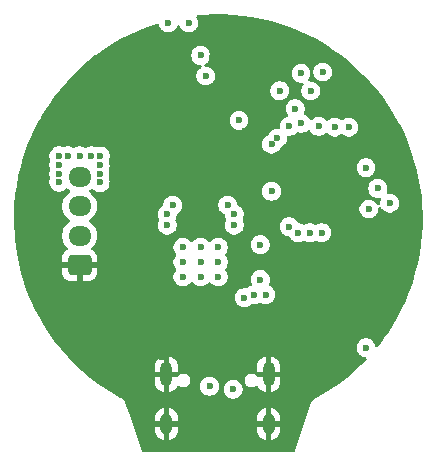
<source format=gbr>
%TF.GenerationSoftware,KiCad,Pcbnew,9.0.0*%
%TF.CreationDate,2025-10-25T14:56:04+02:00*%
%TF.ProjectId,DisplayBoard,44697370-6c61-4794-926f-6172642e6b69,rev?*%
%TF.SameCoordinates,Original*%
%TF.FileFunction,Copper,L2,Inr*%
%TF.FilePolarity,Positive*%
%FSLAX46Y46*%
G04 Gerber Fmt 4.6, Leading zero omitted, Abs format (unit mm)*
G04 Created by KiCad (PCBNEW 9.0.0) date 2025-10-25 14:56:04*
%MOMM*%
%LPD*%
G01*
G04 APERTURE LIST*
G04 Aperture macros list*
%AMRoundRect*
0 Rectangle with rounded corners*
0 $1 Rounding radius*
0 $2 $3 $4 $5 $6 $7 $8 $9 X,Y pos of 4 corners*
0 Add a 4 corners polygon primitive as box body*
4,1,4,$2,$3,$4,$5,$6,$7,$8,$9,$2,$3,0*
0 Add four circle primitives for the rounded corners*
1,1,$1+$1,$2,$3*
1,1,$1+$1,$4,$5*
1,1,$1+$1,$6,$7*
1,1,$1+$1,$8,$9*
0 Add four rect primitives between the rounded corners*
20,1,$1+$1,$2,$3,$4,$5,0*
20,1,$1+$1,$4,$5,$6,$7,0*
20,1,$1+$1,$6,$7,$8,$9,0*
20,1,$1+$1,$8,$9,$2,$3,0*%
G04 Aperture macros list end*
%TA.AperFunction,ComponentPad*%
%ADD10RoundRect,0.250000X0.725000X-0.600000X0.725000X0.600000X-0.725000X0.600000X-0.725000X-0.600000X0*%
%TD*%
%TA.AperFunction,ComponentPad*%
%ADD11O,1.950000X1.700000*%
%TD*%
%TA.AperFunction,ComponentPad*%
%ADD12O,1.000000X2.100000*%
%TD*%
%TA.AperFunction,ComponentPad*%
%ADD13O,1.000000X1.800000*%
%TD*%
%TA.AperFunction,ViaPad*%
%ADD14C,0.600000*%
%TD*%
%TA.AperFunction,ViaPad*%
%ADD15C,0.300000*%
%TD*%
G04 APERTURE END LIST*
D10*
%TO.N,GND*%
%TO.C,J401*%
X88250000Y-121750000D03*
D11*
%TO.N,CANL*%
X88250000Y-119250000D03*
%TO.N,CANH*%
X88250000Y-116750000D03*
%TO.N,+3.3V*%
X88250000Y-114250000D03*
%TD*%
D12*
%TO.N,GND*%
%TO.C,USBC501*%
X104247500Y-131007500D03*
X95607500Y-131007500D03*
D13*
X104247500Y-135187500D03*
X95607500Y-135187500D03*
%TD*%
D14*
%TO.N,+3.3V*%
X88250000Y-112500000D03*
X87250000Y-112500000D03*
X86500000Y-112500000D03*
X86500000Y-113250000D03*
X86500000Y-114000000D03*
X86500000Y-114725000D03*
X90000000Y-114750000D03*
X90000000Y-114000000D03*
X90000000Y-113250000D03*
X89250000Y-112500000D03*
X90000000Y-112500000D03*
%TO.N,GND*%
X90803964Y-131880857D03*
X88935174Y-130464079D03*
X87281749Y-128801005D03*
X85875870Y-126924003D03*
X84744901Y-124869607D03*
X83910855Y-122677804D03*
X83389966Y-120391254D03*
X83192373Y-118054464D03*
X83321921Y-115712915D03*
X83776088Y-113412184D03*
X84546036Y-111197051D03*
X85616778Y-109110631D03*
X86967472Y-107193535D03*
X88571830Y-105483077D03*
X90398624Y-104012548D03*
X92412299Y-102810570D03*
X103828931Y-101442490D03*
X106069585Y-102134662D03*
X108192102Y-103131936D03*
X110155169Y-104414902D03*
X111920577Y-105958588D03*
X113453964Y-107732949D03*
X114725485Y-109703448D03*
X115710392Y-111831732D03*
X116389514Y-114076376D03*
X116749632Y-116393691D03*
X116783738Y-118738573D03*
X116491167Y-121065381D03*
X115877615Y-123328826D03*
X114955023Y-125484854D03*
X113741348Y-127491500D03*
X110540449Y-130904084D03*
X108615525Y-132243600D03*
X102000000Y-134500000D03*
X99657737Y-134615920D03*
X105500000Y-136500000D03*
X106500000Y-134500000D03*
X94000000Y-136500000D03*
X93500000Y-134500000D03*
X97500000Y-136500000D03*
X99000000Y-136500000D03*
X100500000Y-136500000D03*
X102000000Y-136500000D03*
X97500000Y-134500000D03*
X92500000Y-121000000D03*
X93500000Y-121000000D03*
X90000000Y-107500000D03*
X89500000Y-108500000D03*
X89500000Y-109500000D03*
X89500000Y-110500000D03*
X90000000Y-111500000D03*
X94500000Y-117000000D03*
X94500000Y-118000000D03*
X94500000Y-119000000D03*
X94500000Y-120000000D03*
X91500000Y-120000000D03*
X90500000Y-119500000D03*
X94500000Y-116000000D03*
X94000000Y-115000000D03*
X90500000Y-116000000D03*
X91000000Y-115000000D03*
X91000000Y-114000000D03*
X91000000Y-113000000D03*
X91000000Y-112000000D03*
X93500000Y-111000000D03*
X93500000Y-112000000D03*
X93500000Y-113000000D03*
X93500000Y-114000000D03*
X110750000Y-114250000D03*
X106750000Y-121500000D03*
X106250000Y-129250000D03*
X101500000Y-123000000D03*
X109696655Y-107022482D03*
X96750000Y-102000000D03*
X99500000Y-104250000D03*
X92750000Y-117000000D03*
X105500000Y-127250000D03*
X95250000Y-129500000D03*
X106000000Y-114250000D03*
X102239600Y-110416280D03*
X108500000Y-124500000D03*
X90750000Y-127500000D03*
X110750000Y-108500000D03*
X95250000Y-113500000D03*
X103295787Y-107011484D03*
X96750000Y-112000000D03*
X98814188Y-112049265D03*
X90000000Y-121750000D03*
X93500000Y-129250000D03*
X108500000Y-111750000D03*
X102250000Y-108500000D03*
X104250000Y-126000000D03*
X102000000Y-101500000D03*
D15*
X102254264Y-115321412D03*
D14*
X88250000Y-123250000D03*
X86500000Y-121750000D03*
X108500000Y-116500000D03*
%TO.N,+3.3V*%
X95671571Y-118360318D03*
X103550573Y-120011899D03*
X97000000Y-122750000D03*
X98500000Y-122750000D03*
X105000000Y-111000000D03*
X100000000Y-122750000D03*
X104500000Y-111500000D03*
X104000000Y-124250000D03*
X98500000Y-121500000D03*
X97000000Y-120250000D03*
X108839353Y-105397575D03*
X107813953Y-107004264D03*
X95685652Y-117428643D03*
X98922544Y-105736823D03*
X104500000Y-115500000D03*
X97500000Y-101250000D03*
X106000000Y-110000000D03*
X100000000Y-121500000D03*
X98500000Y-120250000D03*
X101358487Y-117428643D03*
X97000000Y-121500000D03*
X102200000Y-124500000D03*
X103563387Y-122972594D03*
X112500000Y-113500000D03*
X106500000Y-108500000D03*
X100796223Y-116665572D03*
X100000000Y-120250000D03*
X96127431Y-116665572D03*
X112500000Y-128750000D03*
X105196416Y-106982268D03*
X101354445Y-118360318D03*
%TO.N,Net-(U201-CHIP_PU)*%
X101750000Y-109500000D03*
X107000000Y-109750000D03*
%TO.N,/CAN/CAN_TX*%
X111044901Y-110065951D03*
X95750000Y-101250000D03*
%TO.N,/CAN/CAN_RX*%
X98500000Y-104000000D03*
X109852516Y-110065951D03*
%TO.N,LEDK*%
X103000000Y-124250000D03*
%TO.N,/MCU/USB_D+*%
X114500000Y-116500000D03*
X99250000Y-132000000D03*
%TO.N,/MCU/USB_D-*%
X113500000Y-115250000D03*
X101250000Y-132250000D03*
%TO.N,/GC9A01/RST*%
X106000000Y-118500000D03*
%TO.N,/GC9A01/DC*%
X112750000Y-117000000D03*
%TO.N,/GC9A01/CS*%
X108750000Y-119000000D03*
%TO.N,/GC9A01/DIN*%
X106750000Y-119000000D03*
%TO.N,/GC9A01/CLK*%
X107750000Y-119000000D03*
%TO.N,Net-(SPST201-B)*%
X107000000Y-105500000D03*
X108500000Y-110000000D03*
%TD*%
%TA.AperFunction,Conductor*%
%TO.N,GND*%
G36*
X100413707Y-100505515D02*
G01*
X100419594Y-100505657D01*
X101240454Y-100545075D01*
X101246302Y-100545496D01*
X102064329Y-100624109D01*
X102070199Y-100624815D01*
X102883540Y-100742441D01*
X102889321Y-100743419D01*
X103696116Y-100899794D01*
X103701862Y-100901051D01*
X104500251Y-101095813D01*
X104505918Y-101097339D01*
X105193371Y-101300308D01*
X105294090Y-101330045D01*
X105299737Y-101331860D01*
X106072967Y-101600963D01*
X106075818Y-101601955D01*
X106081366Y-101604035D01*
X106840920Y-101909821D01*
X106843670Y-101910928D01*
X106849116Y-101913273D01*
X107595886Y-102256260D01*
X107601213Y-102258863D01*
X108330721Y-102637149D01*
X108335889Y-102639987D01*
X109041455Y-103049795D01*
X109046505Y-103052728D01*
X109051554Y-103055824D01*
X109550098Y-103378211D01*
X109741617Y-103502058D01*
X109746518Y-103505396D01*
X110414446Y-103984095D01*
X110419150Y-103987639D01*
X111058926Y-104494154D01*
X111063467Y-104497749D01*
X111068021Y-104501536D01*
X111375370Y-104769737D01*
X111687176Y-105041828D01*
X111691549Y-105045832D01*
X112284177Y-105615112D01*
X112288354Y-105619321D01*
X112853092Y-106216281D01*
X112857062Y-106220684D01*
X112920810Y-106294873D01*
X113388886Y-106839614D01*
X113392608Y-106843945D01*
X113396357Y-106848524D01*
X113579181Y-107083108D01*
X113901520Y-107496705D01*
X113905052Y-107501468D01*
X114378637Y-108173034D01*
X114381937Y-108177960D01*
X114822874Y-108871392D01*
X114825935Y-108876470D01*
X115233218Y-109590185D01*
X115236031Y-109595400D01*
X115356671Y-109832461D01*
X115608746Y-110327797D01*
X115611308Y-110333145D01*
X115948566Y-111082481D01*
X115950870Y-111087944D01*
X116251943Y-111852595D01*
X116253982Y-111858163D01*
X116518134Y-112636268D01*
X116519906Y-112641926D01*
X116746582Y-113431837D01*
X116748080Y-113437574D01*
X116936723Y-114237364D01*
X116937946Y-114243166D01*
X117088144Y-115051082D01*
X117089088Y-115056935D01*
X117200494Y-115871109D01*
X117201157Y-115877001D01*
X117273515Y-116695559D01*
X117273896Y-116701477D01*
X117307040Y-117522557D01*
X117307138Y-117528485D01*
X117300996Y-118350251D01*
X117300809Y-118356177D01*
X117255392Y-119176654D01*
X117254923Y-119182565D01*
X117170334Y-119999955D01*
X117169583Y-120005837D01*
X117046017Y-120818249D01*
X117044986Y-120824087D01*
X116882723Y-121629683D01*
X116881413Y-121635466D01*
X116680834Y-122432346D01*
X116679250Y-122438060D01*
X116440796Y-123224472D01*
X116438940Y-123230104D01*
X116163169Y-124004211D01*
X116161046Y-124009747D01*
X115848596Y-124769762D01*
X115846211Y-124775190D01*
X115497772Y-125519430D01*
X115495131Y-125524739D01*
X115111514Y-126251471D01*
X115108621Y-126256647D01*
X114690713Y-126964192D01*
X114687577Y-126969223D01*
X114236312Y-127656000D01*
X114232938Y-127660876D01*
X113749375Y-128325274D01*
X113745772Y-128329984D01*
X113500880Y-128634699D01*
X113443540Y-128674623D01*
X113373719Y-128677209D01*
X113313583Y-128641636D01*
X113282609Y-128581212D01*
X113269738Y-128516508D01*
X113269737Y-128516507D01*
X113269737Y-128516503D01*
X113269735Y-128516498D01*
X113209397Y-128370827D01*
X113209390Y-128370814D01*
X113121789Y-128239711D01*
X113121786Y-128239707D01*
X113010292Y-128128213D01*
X113010288Y-128128210D01*
X112879185Y-128040609D01*
X112879172Y-128040602D01*
X112733501Y-127980264D01*
X112733489Y-127980261D01*
X112578845Y-127949500D01*
X112578842Y-127949500D01*
X112421158Y-127949500D01*
X112421155Y-127949500D01*
X112266510Y-127980261D01*
X112266498Y-127980264D01*
X112120827Y-128040602D01*
X112120814Y-128040609D01*
X111989711Y-128128210D01*
X111989707Y-128128213D01*
X111878213Y-128239707D01*
X111878210Y-128239711D01*
X111790609Y-128370814D01*
X111790602Y-128370827D01*
X111730264Y-128516498D01*
X111730261Y-128516510D01*
X111699500Y-128671153D01*
X111699500Y-128828846D01*
X111730261Y-128983489D01*
X111730264Y-128983501D01*
X111790602Y-129129172D01*
X111790609Y-129129185D01*
X111878210Y-129260288D01*
X111878213Y-129260292D01*
X111989707Y-129371786D01*
X111989711Y-129371789D01*
X112120814Y-129459390D01*
X112120827Y-129459397D01*
X112266498Y-129519735D01*
X112266503Y-129519737D01*
X112421153Y-129550499D01*
X112421156Y-129550500D01*
X112427261Y-129550500D01*
X112494300Y-129570185D01*
X112540055Y-129622989D01*
X112549999Y-129692147D01*
X112520974Y-129755703D01*
X112516055Y-129761054D01*
X112104709Y-130183047D01*
X112100470Y-130187192D01*
X111499418Y-130747529D01*
X111494986Y-130751468D01*
X110867800Y-131282462D01*
X110863184Y-131286184D01*
X110211352Y-131786573D01*
X110206564Y-131790070D01*
X109531548Y-132258733D01*
X109526598Y-132261997D01*
X108829962Y-132697849D01*
X108824862Y-132700873D01*
X108110396Y-133101686D01*
X108107934Y-133103030D01*
X108106603Y-133103737D01*
X108056545Y-133128865D01*
X108052395Y-133132554D01*
X108047431Y-133135194D01*
X108047365Y-133135241D01*
X108004196Y-133175387D01*
X108002169Y-133177231D01*
X107958075Y-133216455D01*
X107954431Y-133220668D01*
X107954420Y-133220684D01*
X107950863Y-133224987D01*
X107919557Y-133274935D01*
X107918077Y-133277239D01*
X107885635Y-133326543D01*
X107883206Y-133331555D01*
X107883201Y-133331569D01*
X107880880Y-133336644D01*
X107863557Y-133393029D01*
X107862722Y-133395641D01*
X106496847Y-137514530D01*
X106457062Y-137571966D01*
X106392540Y-137598775D01*
X106379150Y-137599500D01*
X93620455Y-137599500D01*
X93553416Y-137579815D01*
X93507661Y-137527011D01*
X93502790Y-137514628D01*
X92563173Y-134689004D01*
X94607500Y-134689004D01*
X94607500Y-134937500D01*
X95307500Y-134937500D01*
X95307500Y-135437500D01*
X94607500Y-135437500D01*
X94607500Y-135685995D01*
X94645927Y-135879181D01*
X94645930Y-135879193D01*
X94721307Y-136061171D01*
X94721314Y-136061184D01*
X94830748Y-136224962D01*
X94830751Y-136224966D01*
X94970033Y-136364248D01*
X94970037Y-136364251D01*
X95133815Y-136473685D01*
X95133828Y-136473692D01*
X95315808Y-136549069D01*
X95357500Y-136557362D01*
X95357500Y-135754488D01*
X95367440Y-135771705D01*
X95423295Y-135827560D01*
X95491704Y-135867056D01*
X95568004Y-135887500D01*
X95646996Y-135887500D01*
X95723296Y-135867056D01*
X95791705Y-135827560D01*
X95847560Y-135771705D01*
X95857500Y-135754488D01*
X95857500Y-136557362D01*
X95899190Y-136549069D01*
X95899192Y-136549069D01*
X96081171Y-136473692D01*
X96081184Y-136473685D01*
X96244962Y-136364251D01*
X96244966Y-136364248D01*
X96384248Y-136224966D01*
X96384251Y-136224962D01*
X96493685Y-136061184D01*
X96493692Y-136061171D01*
X96569069Y-135879193D01*
X96569072Y-135879181D01*
X96607499Y-135685995D01*
X96607500Y-135685992D01*
X96607500Y-135437500D01*
X95907500Y-135437500D01*
X95907500Y-134937500D01*
X96607500Y-134937500D01*
X96607500Y-134689008D01*
X96607499Y-134689004D01*
X103247500Y-134689004D01*
X103247500Y-134937500D01*
X103947500Y-134937500D01*
X103947500Y-135437500D01*
X103247500Y-135437500D01*
X103247500Y-135685995D01*
X103285927Y-135879181D01*
X103285930Y-135879193D01*
X103361307Y-136061171D01*
X103361314Y-136061184D01*
X103470748Y-136224962D01*
X103470751Y-136224966D01*
X103610033Y-136364248D01*
X103610037Y-136364251D01*
X103773815Y-136473685D01*
X103773828Y-136473692D01*
X103955808Y-136549069D01*
X103997500Y-136557362D01*
X103997500Y-135754488D01*
X104007440Y-135771705D01*
X104063295Y-135827560D01*
X104131704Y-135867056D01*
X104208004Y-135887500D01*
X104286996Y-135887500D01*
X104363296Y-135867056D01*
X104431705Y-135827560D01*
X104487560Y-135771705D01*
X104497500Y-135754488D01*
X104497500Y-136557362D01*
X104539190Y-136549069D01*
X104539192Y-136549069D01*
X104721171Y-136473692D01*
X104721184Y-136473685D01*
X104884962Y-136364251D01*
X104884966Y-136364248D01*
X105024248Y-136224966D01*
X105024251Y-136224962D01*
X105133685Y-136061184D01*
X105133692Y-136061171D01*
X105209069Y-135879193D01*
X105209072Y-135879181D01*
X105247499Y-135685995D01*
X105247500Y-135685992D01*
X105247500Y-135437500D01*
X104547500Y-135437500D01*
X104547500Y-134937500D01*
X105247500Y-134937500D01*
X105247500Y-134689008D01*
X105247499Y-134689004D01*
X105209072Y-134495818D01*
X105209069Y-134495806D01*
X105133692Y-134313828D01*
X105133685Y-134313815D01*
X105024251Y-134150037D01*
X105024248Y-134150033D01*
X104884966Y-134010751D01*
X104884962Y-134010748D01*
X104721184Y-133901314D01*
X104721171Y-133901307D01*
X104539191Y-133825929D01*
X104539183Y-133825927D01*
X104497500Y-133817635D01*
X104497500Y-134620511D01*
X104487560Y-134603295D01*
X104431705Y-134547440D01*
X104363296Y-134507944D01*
X104286996Y-134487500D01*
X104208004Y-134487500D01*
X104131704Y-134507944D01*
X104063295Y-134547440D01*
X104007440Y-134603295D01*
X103997500Y-134620511D01*
X103997500Y-133817636D01*
X103997499Y-133817635D01*
X103955816Y-133825927D01*
X103955808Y-133825929D01*
X103773828Y-133901307D01*
X103773815Y-133901314D01*
X103610037Y-134010748D01*
X103610033Y-134010751D01*
X103470751Y-134150033D01*
X103470748Y-134150037D01*
X103361314Y-134313815D01*
X103361307Y-134313828D01*
X103285930Y-134495806D01*
X103285927Y-134495818D01*
X103247500Y-134689004D01*
X96607499Y-134689004D01*
X96569072Y-134495818D01*
X96569069Y-134495806D01*
X96493692Y-134313828D01*
X96493685Y-134313815D01*
X96384251Y-134150037D01*
X96384248Y-134150033D01*
X96244966Y-134010751D01*
X96244962Y-134010748D01*
X96081184Y-133901314D01*
X96081171Y-133901307D01*
X95899191Y-133825929D01*
X95899183Y-133825927D01*
X95857500Y-133817635D01*
X95857500Y-134620511D01*
X95847560Y-134603295D01*
X95791705Y-134547440D01*
X95723296Y-134507944D01*
X95646996Y-134487500D01*
X95568004Y-134487500D01*
X95491704Y-134507944D01*
X95423295Y-134547440D01*
X95367440Y-134603295D01*
X95357500Y-134620511D01*
X95357500Y-133817636D01*
X95357499Y-133817635D01*
X95315816Y-133825927D01*
X95315808Y-133825929D01*
X95133828Y-133901307D01*
X95133815Y-133901314D01*
X94970037Y-134010748D01*
X94970033Y-134010751D01*
X94830751Y-134150033D01*
X94830748Y-134150037D01*
X94721314Y-134313815D01*
X94721307Y-134313828D01*
X94645930Y-134495806D01*
X94645927Y-134495818D01*
X94607500Y-134689004D01*
X92563173Y-134689004D01*
X92131683Y-133391422D01*
X92114092Y-133334097D01*
X92110954Y-133329086D01*
X92109083Y-133323460D01*
X92086941Y-133289873D01*
X92076777Y-133274453D01*
X92075975Y-133273236D01*
X92044142Y-133222410D01*
X92039812Y-133218380D01*
X92036550Y-133213432D01*
X92036547Y-133213429D01*
X91992696Y-133174488D01*
X91992694Y-133174487D01*
X91991601Y-133173516D01*
X91947669Y-133132633D01*
X91942441Y-133129860D01*
X91941321Y-133128865D01*
X91938016Y-133125930D01*
X91938009Y-133125925D01*
X91889567Y-133101661D01*
X91884397Y-133098917D01*
X91743359Y-133019735D01*
X91693189Y-132991568D01*
X91170323Y-132698018D01*
X91165224Y-132694993D01*
X90468715Y-132258907D01*
X90463766Y-132255641D01*
X89788901Y-131786759D01*
X89784114Y-131783260D01*
X89160856Y-131304484D01*
X89160846Y-131304477D01*
X89132437Y-131282654D01*
X89127843Y-131278947D01*
X88500829Y-130747750D01*
X88496398Y-130743810D01*
X88174571Y-130443589D01*
X88083899Y-130359004D01*
X94607500Y-130359004D01*
X94607500Y-130757500D01*
X95307500Y-130757500D01*
X95307500Y-131257500D01*
X94607500Y-131257500D01*
X94607500Y-131655995D01*
X94645927Y-131849181D01*
X94645930Y-131849193D01*
X94721307Y-132031171D01*
X94721314Y-132031184D01*
X94830748Y-132194962D01*
X94830751Y-132194966D01*
X94970033Y-132334248D01*
X94970037Y-132334251D01*
X95133815Y-132443685D01*
X95133828Y-132443692D01*
X95315808Y-132519069D01*
X95357500Y-132527362D01*
X95357500Y-131724488D01*
X95367440Y-131741705D01*
X95423295Y-131797560D01*
X95491704Y-131837056D01*
X95568004Y-131857500D01*
X95646996Y-131857500D01*
X95723296Y-131837056D01*
X95791705Y-131797560D01*
X95847560Y-131741705D01*
X95857500Y-131724488D01*
X95857500Y-132527362D01*
X95899190Y-132519069D01*
X95899192Y-132519069D01*
X96081171Y-132443692D01*
X96081184Y-132443685D01*
X96244962Y-132334251D01*
X96244966Y-132334248D01*
X96384248Y-132194966D01*
X96384251Y-132194962D01*
X96493685Y-132031184D01*
X96493686Y-132031182D01*
X96497629Y-132021663D01*
X96541468Y-131967257D01*
X96607761Y-131945189D01*
X96675461Y-131962465D01*
X96680900Y-131966147D01*
X96684134Y-131968014D01*
X96684135Y-131968015D01*
X96815365Y-132043781D01*
X96961734Y-132083000D01*
X96961736Y-132083000D01*
X97113264Y-132083000D01*
X97113266Y-132083000D01*
X97259635Y-132043781D01*
X97390865Y-131968015D01*
X97437727Y-131921153D01*
X98449500Y-131921153D01*
X98449500Y-132078846D01*
X98480261Y-132233489D01*
X98480264Y-132233501D01*
X98540602Y-132379172D01*
X98540609Y-132379185D01*
X98628210Y-132510288D01*
X98628213Y-132510292D01*
X98739707Y-132621786D01*
X98739711Y-132621789D01*
X98870814Y-132709390D01*
X98870827Y-132709397D01*
X99016498Y-132769735D01*
X99016503Y-132769737D01*
X99171153Y-132800499D01*
X99171156Y-132800500D01*
X99171158Y-132800500D01*
X99328844Y-132800500D01*
X99328845Y-132800499D01*
X99483497Y-132769737D01*
X99629179Y-132709394D01*
X99760289Y-132621789D01*
X99871789Y-132510289D01*
X99959394Y-132379179D01*
X100019737Y-132233497D01*
X100032138Y-132171153D01*
X100449500Y-132171153D01*
X100449500Y-132328846D01*
X100480261Y-132483489D01*
X100480264Y-132483501D01*
X100540602Y-132629172D01*
X100540609Y-132629185D01*
X100628210Y-132760288D01*
X100628213Y-132760292D01*
X100739707Y-132871786D01*
X100739711Y-132871789D01*
X100870814Y-132959390D01*
X100870827Y-132959397D01*
X101016498Y-133019735D01*
X101016503Y-133019737D01*
X101171153Y-133050499D01*
X101171156Y-133050500D01*
X101171158Y-133050500D01*
X101328844Y-133050500D01*
X101328845Y-133050499D01*
X101483497Y-133019737D01*
X101629179Y-132959394D01*
X101760289Y-132871789D01*
X101871789Y-132760289D01*
X101959394Y-132629179D01*
X102019737Y-132483497D01*
X102050500Y-132328842D01*
X102050500Y-132171158D01*
X102050500Y-132171155D01*
X102050499Y-132171153D01*
X102025163Y-132043781D01*
X102019737Y-132016503D01*
X101999653Y-131968015D01*
X101959397Y-131870827D01*
X101959390Y-131870814D01*
X101871789Y-131739711D01*
X101871786Y-131739707D01*
X101760292Y-131628213D01*
X101760288Y-131628210D01*
X101629185Y-131540609D01*
X101629178Y-131540605D01*
X101624869Y-131538820D01*
X101623294Y-131538168D01*
X101623293Y-131538167D01*
X101483501Y-131480264D01*
X101483489Y-131480261D01*
X101328845Y-131449500D01*
X101328842Y-131449500D01*
X101171158Y-131449500D01*
X101171155Y-131449500D01*
X101016510Y-131480261D01*
X101016498Y-131480264D01*
X100870827Y-131540602D01*
X100870814Y-131540609D01*
X100739711Y-131628210D01*
X100739707Y-131628213D01*
X100628213Y-131739707D01*
X100628210Y-131739711D01*
X100540609Y-131870814D01*
X100540602Y-131870827D01*
X100480264Y-132016498D01*
X100480261Y-132016510D01*
X100449500Y-132171153D01*
X100032138Y-132171153D01*
X100049673Y-132082999D01*
X100050500Y-132078844D01*
X100050500Y-131921155D01*
X100050499Y-131921153D01*
X100038506Y-131860861D01*
X100019737Y-131766503D01*
X100019735Y-131766498D01*
X99959397Y-131620827D01*
X99959390Y-131620814D01*
X99871789Y-131489711D01*
X99871786Y-131489707D01*
X99813813Y-131431734D01*
X102242000Y-131431734D01*
X102242000Y-131583265D01*
X102281219Y-131729636D01*
X102313226Y-131785072D01*
X102356985Y-131860865D01*
X102464135Y-131968015D01*
X102595365Y-132043781D01*
X102741734Y-132083000D01*
X102741736Y-132083000D01*
X102893264Y-132083000D01*
X102893266Y-132083000D01*
X103039635Y-132043781D01*
X103170865Y-131968015D01*
X103170866Y-131968013D01*
X103177903Y-131963951D01*
X103179176Y-131966156D01*
X103232456Y-131945543D01*
X103300905Y-131959563D01*
X103350907Y-132008364D01*
X103357367Y-132021657D01*
X103361309Y-132031174D01*
X103361314Y-132031184D01*
X103470748Y-132194962D01*
X103470751Y-132194966D01*
X103610033Y-132334248D01*
X103610037Y-132334251D01*
X103773815Y-132443685D01*
X103773828Y-132443692D01*
X103955808Y-132519069D01*
X103997500Y-132527362D01*
X103997500Y-131724488D01*
X104007440Y-131741705D01*
X104063295Y-131797560D01*
X104131704Y-131837056D01*
X104208004Y-131857500D01*
X104286996Y-131857500D01*
X104363296Y-131837056D01*
X104431705Y-131797560D01*
X104487560Y-131741705D01*
X104497500Y-131724488D01*
X104497500Y-132527362D01*
X104539190Y-132519069D01*
X104539192Y-132519069D01*
X104721171Y-132443692D01*
X104721184Y-132443685D01*
X104884962Y-132334251D01*
X104884966Y-132334248D01*
X105024248Y-132194966D01*
X105024251Y-132194962D01*
X105133685Y-132031184D01*
X105133692Y-132031171D01*
X105209069Y-131849193D01*
X105209072Y-131849181D01*
X105247499Y-131655995D01*
X105247500Y-131655992D01*
X105247500Y-131257500D01*
X104547500Y-131257500D01*
X104547500Y-130757500D01*
X105247500Y-130757500D01*
X105247500Y-130359008D01*
X105247499Y-130359004D01*
X105209072Y-130165818D01*
X105209069Y-130165806D01*
X105133692Y-129983828D01*
X105133685Y-129983815D01*
X105024251Y-129820037D01*
X105024248Y-129820033D01*
X104884966Y-129680751D01*
X104884962Y-129680748D01*
X104721184Y-129571314D01*
X104721171Y-129571307D01*
X104539191Y-129495929D01*
X104539183Y-129495927D01*
X104497500Y-129487635D01*
X104497500Y-130290511D01*
X104487560Y-130273295D01*
X104431705Y-130217440D01*
X104363296Y-130177944D01*
X104286996Y-130157500D01*
X104208004Y-130157500D01*
X104131704Y-130177944D01*
X104063295Y-130217440D01*
X104007440Y-130273295D01*
X103997500Y-130290511D01*
X103997500Y-129487636D01*
X103997499Y-129487635D01*
X103955816Y-129495927D01*
X103955808Y-129495929D01*
X103773828Y-129571307D01*
X103773815Y-129571314D01*
X103610037Y-129680748D01*
X103610033Y-129680751D01*
X103470751Y-129820033D01*
X103470748Y-129820037D01*
X103361314Y-129983815D01*
X103361307Y-129983828D01*
X103285930Y-130165806D01*
X103285927Y-130165818D01*
X103247500Y-130359004D01*
X103247500Y-130757500D01*
X103947500Y-130757500D01*
X103947500Y-131257500D01*
X103409284Y-131257500D01*
X103342245Y-131237815D01*
X103301897Y-131195500D01*
X103278015Y-131154135D01*
X103170865Y-131046985D01*
X103105250Y-131009102D01*
X103039636Y-130971219D01*
X102966450Y-130951609D01*
X102893266Y-130932000D01*
X102741734Y-130932000D01*
X102595363Y-130971219D01*
X102464135Y-131046985D01*
X102464132Y-131046987D01*
X102356987Y-131154132D01*
X102356985Y-131154135D01*
X102281219Y-131285363D01*
X102242000Y-131431734D01*
X99813813Y-131431734D01*
X99760292Y-131378213D01*
X99760288Y-131378210D01*
X99629185Y-131290609D01*
X99629172Y-131290602D01*
X99483501Y-131230264D01*
X99483489Y-131230261D01*
X99328845Y-131199500D01*
X99328842Y-131199500D01*
X99171158Y-131199500D01*
X99171155Y-131199500D01*
X99016510Y-131230261D01*
X99016498Y-131230264D01*
X98870827Y-131290602D01*
X98870814Y-131290609D01*
X98739711Y-131378210D01*
X98739707Y-131378213D01*
X98628213Y-131489707D01*
X98628210Y-131489711D01*
X98540609Y-131620814D01*
X98540602Y-131620827D01*
X98480264Y-131766498D01*
X98480261Y-131766510D01*
X98449500Y-131921153D01*
X97437727Y-131921153D01*
X97498015Y-131860865D01*
X97573781Y-131729635D01*
X97613000Y-131583266D01*
X97613000Y-131431734D01*
X97573781Y-131285365D01*
X97498015Y-131154135D01*
X97390865Y-131046985D01*
X97325250Y-131009102D01*
X97259636Y-130971219D01*
X97186450Y-130951609D01*
X97113266Y-130932000D01*
X96961734Y-130932000D01*
X96815363Y-130971219D01*
X96684135Y-131046985D01*
X96684132Y-131046987D01*
X96576987Y-131154132D01*
X96576983Y-131154138D01*
X96553103Y-131195500D01*
X96502536Y-131243716D01*
X96445716Y-131257500D01*
X95907500Y-131257500D01*
X95907500Y-130757500D01*
X96607500Y-130757500D01*
X96607500Y-130359008D01*
X96607499Y-130359004D01*
X96569072Y-130165818D01*
X96569069Y-130165806D01*
X96493692Y-129983828D01*
X96493685Y-129983815D01*
X96384251Y-129820037D01*
X96384248Y-129820033D01*
X96244966Y-129680751D01*
X96244962Y-129680748D01*
X96081184Y-129571314D01*
X96081171Y-129571307D01*
X95899191Y-129495929D01*
X95899183Y-129495927D01*
X95857500Y-129487635D01*
X95857500Y-130290511D01*
X95847560Y-130273295D01*
X95791705Y-130217440D01*
X95723296Y-130177944D01*
X95646996Y-130157500D01*
X95568004Y-130157500D01*
X95491704Y-130177944D01*
X95423295Y-130217440D01*
X95367440Y-130273295D01*
X95357500Y-130290511D01*
X95357500Y-129487636D01*
X95357499Y-129487635D01*
X95315816Y-129495927D01*
X95315808Y-129495929D01*
X95133828Y-129571307D01*
X95133815Y-129571314D01*
X94970037Y-129680748D01*
X94970033Y-129680751D01*
X94830751Y-129820033D01*
X94830748Y-129820037D01*
X94721314Y-129983815D01*
X94721307Y-129983828D01*
X94645930Y-130165806D01*
X94645927Y-130165818D01*
X94607500Y-130359004D01*
X88083899Y-130359004D01*
X87895505Y-130183258D01*
X87891268Y-130179111D01*
X87317870Y-129590488D01*
X87313835Y-129586143D01*
X87233994Y-129495929D01*
X86769208Y-128970756D01*
X86765393Y-128966231D01*
X86655050Y-128828842D01*
X86250829Y-128325540D01*
X86247233Y-128320838D01*
X86110967Y-128133487D01*
X85767224Y-127660876D01*
X85763866Y-127656259D01*
X85760494Y-127651382D01*
X85608154Y-127419373D01*
X85309448Y-126964452D01*
X85306321Y-126959432D01*
X85150181Y-126694881D01*
X84888619Y-126251713D01*
X84885749Y-126246571D01*
X84502371Y-125519722D01*
X84499738Y-125514429D01*
X84151528Y-124770048D01*
X84149162Y-124764657D01*
X84008074Y-124421153D01*
X101399500Y-124421153D01*
X101399500Y-124578846D01*
X101430261Y-124733489D01*
X101430264Y-124733501D01*
X101490602Y-124879172D01*
X101490609Y-124879185D01*
X101578210Y-125010288D01*
X101578213Y-125010292D01*
X101689707Y-125121786D01*
X101689711Y-125121789D01*
X101820814Y-125209390D01*
X101820827Y-125209397D01*
X101966498Y-125269735D01*
X101966503Y-125269737D01*
X102121153Y-125300499D01*
X102121156Y-125300500D01*
X102121158Y-125300500D01*
X102278844Y-125300500D01*
X102278845Y-125300499D01*
X102433497Y-125269737D01*
X102579179Y-125209394D01*
X102710289Y-125121789D01*
X102757869Y-125074208D01*
X102819191Y-125040723D01*
X102869738Y-125040272D01*
X102921158Y-125050500D01*
X103078844Y-125050500D01*
X103078845Y-125050499D01*
X103233497Y-125019737D01*
X103379179Y-124959394D01*
X103431110Y-124924694D01*
X103497785Y-124903816D01*
X103565165Y-124922300D01*
X103568863Y-124924676D01*
X103620821Y-124959394D01*
X103620823Y-124959395D01*
X103620825Y-124959396D01*
X103766498Y-125019735D01*
X103766503Y-125019737D01*
X103921153Y-125050499D01*
X103921156Y-125050500D01*
X103921158Y-125050500D01*
X104078844Y-125050500D01*
X104078845Y-125050499D01*
X104233497Y-125019737D01*
X104379179Y-124959394D01*
X104510289Y-124871789D01*
X104621789Y-124760289D01*
X104709394Y-124629179D01*
X104769737Y-124483497D01*
X104800500Y-124328842D01*
X104800500Y-124171158D01*
X104800500Y-124171155D01*
X104800499Y-124171153D01*
X104769738Y-124016510D01*
X104769737Y-124016503D01*
X104763631Y-124001761D01*
X104709397Y-123870827D01*
X104709390Y-123870814D01*
X104621789Y-123739711D01*
X104621786Y-123739707D01*
X104510292Y-123628213D01*
X104510288Y-123628210D01*
X104379185Y-123540609D01*
X104379180Y-123540607D01*
X104379179Y-123540606D01*
X104360836Y-123533008D01*
X104335828Y-123522649D01*
X104281425Y-123478807D01*
X104259361Y-123412512D01*
X104271980Y-123358035D01*
X104270450Y-123357402D01*
X104310677Y-123260284D01*
X104333124Y-123206091D01*
X104363887Y-123051436D01*
X104363887Y-122893752D01*
X104363887Y-122893749D01*
X104363886Y-122893747D01*
X104350976Y-122828844D01*
X104333124Y-122739097D01*
X104304981Y-122671153D01*
X104272784Y-122593421D01*
X104272777Y-122593408D01*
X104185176Y-122462305D01*
X104185173Y-122462301D01*
X104073679Y-122350807D01*
X104073675Y-122350804D01*
X103942572Y-122263203D01*
X103942559Y-122263196D01*
X103796888Y-122202858D01*
X103796876Y-122202855D01*
X103642232Y-122172094D01*
X103642229Y-122172094D01*
X103484545Y-122172094D01*
X103484542Y-122172094D01*
X103329897Y-122202855D01*
X103329885Y-122202858D01*
X103184214Y-122263196D01*
X103184201Y-122263203D01*
X103053098Y-122350804D01*
X103053094Y-122350807D01*
X102941600Y-122462301D01*
X102941597Y-122462305D01*
X102853996Y-122593408D01*
X102853989Y-122593421D01*
X102793651Y-122739092D01*
X102793648Y-122739104D01*
X102762887Y-122893747D01*
X102762887Y-123051440D01*
X102793648Y-123206083D01*
X102793651Y-123206095D01*
X102839155Y-123315953D01*
X102846624Y-123385423D01*
X102815348Y-123447902D01*
X102772047Y-123477966D01*
X102620823Y-123540604D01*
X102620814Y-123540609D01*
X102489714Y-123628208D01*
X102442129Y-123675792D01*
X102380805Y-123709276D01*
X102330259Y-123709727D01*
X102309503Y-123705598D01*
X102278842Y-123699500D01*
X102121158Y-123699500D01*
X102121155Y-123699500D01*
X101966510Y-123730261D01*
X101966498Y-123730264D01*
X101820827Y-123790602D01*
X101820814Y-123790609D01*
X101689711Y-123878210D01*
X101689707Y-123878213D01*
X101578213Y-123989707D01*
X101578210Y-123989711D01*
X101490609Y-124120814D01*
X101490602Y-124120827D01*
X101430264Y-124266498D01*
X101430261Y-124266510D01*
X101399500Y-124421153D01*
X84008074Y-124421153D01*
X83836933Y-124004480D01*
X83834830Y-123998991D01*
X83559303Y-123224775D01*
X83557450Y-123219145D01*
X83553498Y-123206095D01*
X83319246Y-122432640D01*
X83317674Y-122426959D01*
X83117344Y-121629978D01*
X83116040Y-121624213D01*
X83106917Y-121578846D01*
X82954033Y-120818547D01*
X82953007Y-120812722D01*
X82948289Y-120781637D01*
X82832168Y-120016503D01*
X82829705Y-120000272D01*
X82828956Y-119994390D01*
X82811182Y-119822093D01*
X82744631Y-119176957D01*
X82744168Y-119171119D01*
X82699012Y-118350518D01*
X82698829Y-118344655D01*
X82692953Y-117522872D01*
X82693053Y-117516949D01*
X82698659Y-117379172D01*
X82726464Y-116695862D01*
X82726841Y-116690019D01*
X82799470Y-115871421D01*
X82800135Y-115865534D01*
X82818245Y-115733501D01*
X82911808Y-115051366D01*
X82912743Y-115045584D01*
X83063217Y-114237641D01*
X83064429Y-114231904D01*
X83253342Y-113432127D01*
X83254837Y-113426412D01*
X83256347Y-113421158D01*
X83481778Y-112636538D01*
X83483525Y-112630963D01*
X83554828Y-112421153D01*
X85699500Y-112421153D01*
X85699500Y-112578846D01*
X85730261Y-112733489D01*
X85730264Y-112733501D01*
X85769219Y-112827548D01*
X85776688Y-112897018D01*
X85769219Y-112922452D01*
X85730264Y-113016498D01*
X85730261Y-113016510D01*
X85699500Y-113171153D01*
X85699500Y-113328846D01*
X85730261Y-113483489D01*
X85730264Y-113483501D01*
X85769219Y-113577548D01*
X85776688Y-113647018D01*
X85769219Y-113672452D01*
X85730264Y-113766498D01*
X85730261Y-113766510D01*
X85699500Y-113921153D01*
X85699500Y-114078846D01*
X85730260Y-114233488D01*
X85730263Y-114233498D01*
X85764042Y-114315048D01*
X85771511Y-114384517D01*
X85764042Y-114409952D01*
X85730263Y-114491501D01*
X85730260Y-114491511D01*
X85699500Y-114646153D01*
X85699500Y-114803846D01*
X85730261Y-114958489D01*
X85730264Y-114958501D01*
X85790602Y-115104172D01*
X85790609Y-115104185D01*
X85878210Y-115235288D01*
X85878213Y-115235292D01*
X85989707Y-115346786D01*
X85989711Y-115346789D01*
X86120814Y-115434390D01*
X86120827Y-115434397D01*
X86253589Y-115489388D01*
X86266503Y-115494737D01*
X86418866Y-115525044D01*
X86421153Y-115525499D01*
X86421156Y-115525500D01*
X86421158Y-115525500D01*
X86578844Y-115525500D01*
X86578845Y-115525499D01*
X86733497Y-115494737D01*
X86879179Y-115434394D01*
X87010289Y-115346789D01*
X87073420Y-115283657D01*
X87103525Y-115267219D01*
X87133431Y-115250466D01*
X87134128Y-115250508D01*
X87134741Y-115250174D01*
X87168939Y-115252619D01*
X87203172Y-115254696D01*
X87203901Y-115255119D01*
X87204433Y-115255158D01*
X87234331Y-115271274D01*
X87241963Y-115276859D01*
X87245208Y-115280104D01*
X87409863Y-115399732D01*
X87410139Y-115399934D01*
X87431236Y-115427489D01*
X87452459Y-115455011D01*
X87452478Y-115455233D01*
X87452613Y-115455410D01*
X87455468Y-115490045D01*
X87458438Y-115524625D01*
X87458334Y-115524820D01*
X87458353Y-115525044D01*
X87442031Y-115555719D01*
X87425833Y-115586420D01*
X87425580Y-115586638D01*
X87425534Y-115586726D01*
X87425380Y-115586811D01*
X87409793Y-115600318D01*
X87245214Y-115719890D01*
X87245209Y-115719894D01*
X87094890Y-115870213D01*
X86969951Y-116042179D01*
X86873444Y-116231585D01*
X86807753Y-116433760D01*
X86774500Y-116643713D01*
X86774500Y-116856286D01*
X86798891Y-117010289D01*
X86807754Y-117066243D01*
X86862098Y-117233497D01*
X86873444Y-117268414D01*
X86969951Y-117457820D01*
X87094890Y-117629786D01*
X87245209Y-117780105D01*
X87245214Y-117780109D01*
X87409793Y-117899682D01*
X87452459Y-117955011D01*
X87458438Y-118024625D01*
X87425833Y-118086420D01*
X87409793Y-118100318D01*
X87245214Y-118219890D01*
X87245209Y-118219894D01*
X87094890Y-118370213D01*
X86969951Y-118542179D01*
X86873444Y-118731585D01*
X86807753Y-118933760D01*
X86774500Y-119143713D01*
X86774500Y-119356286D01*
X86798891Y-119510289D01*
X86807754Y-119566243D01*
X86864117Y-119739711D01*
X86873444Y-119768414D01*
X86969951Y-119957820D01*
X87094890Y-120129786D01*
X87234068Y-120268964D01*
X87267553Y-120330287D01*
X87262569Y-120399979D01*
X87220697Y-120455912D01*
X87211484Y-120462183D01*
X87056659Y-120557680D01*
X87056655Y-120557683D01*
X86932684Y-120681654D01*
X86840643Y-120830875D01*
X86840641Y-120830880D01*
X86785494Y-120997302D01*
X86785493Y-120997309D01*
X86775000Y-121100013D01*
X86775000Y-121500000D01*
X87845854Y-121500000D01*
X87807370Y-121566657D01*
X87775000Y-121687465D01*
X87775000Y-121812535D01*
X87807370Y-121933343D01*
X87845854Y-122000000D01*
X86775001Y-122000000D01*
X86775001Y-122399986D01*
X86785494Y-122502697D01*
X86840641Y-122669119D01*
X86840643Y-122669124D01*
X86932684Y-122818345D01*
X87056654Y-122942315D01*
X87205875Y-123034356D01*
X87205880Y-123034358D01*
X87372302Y-123089505D01*
X87372309Y-123089506D01*
X87475019Y-123099999D01*
X87999999Y-123099999D01*
X88000000Y-123099998D01*
X88000000Y-122154145D01*
X88066657Y-122192630D01*
X88187465Y-122225000D01*
X88312535Y-122225000D01*
X88433343Y-122192630D01*
X88500000Y-122154145D01*
X88500000Y-123099999D01*
X89024972Y-123099999D01*
X89024986Y-123099998D01*
X89127697Y-123089505D01*
X89294119Y-123034358D01*
X89294124Y-123034356D01*
X89443345Y-122942315D01*
X89567315Y-122818345D01*
X89659356Y-122669124D01*
X89659358Y-122669119D01*
X89714505Y-122502697D01*
X89714506Y-122502690D01*
X89724999Y-122399986D01*
X89725000Y-122399973D01*
X89725000Y-122000000D01*
X88654146Y-122000000D01*
X88692630Y-121933343D01*
X88725000Y-121812535D01*
X88725000Y-121687465D01*
X88692630Y-121566657D01*
X88654146Y-121500000D01*
X89724999Y-121500000D01*
X89724999Y-121100028D01*
X89724998Y-121100013D01*
X89714505Y-120997302D01*
X89659358Y-120830880D01*
X89659356Y-120830875D01*
X89567315Y-120681654D01*
X89443345Y-120557684D01*
X89288515Y-120462184D01*
X89241791Y-120410236D01*
X89230568Y-120341273D01*
X89258412Y-120277191D01*
X89265909Y-120268986D01*
X89363743Y-120171153D01*
X96199500Y-120171153D01*
X96199500Y-120328846D01*
X96230261Y-120483489D01*
X96230264Y-120483501D01*
X96290602Y-120629172D01*
X96290609Y-120629185D01*
X96378210Y-120760288D01*
X96378213Y-120760292D01*
X96405240Y-120787319D01*
X96438725Y-120848642D01*
X96433741Y-120918334D01*
X96405240Y-120962681D01*
X96378213Y-120989707D01*
X96378210Y-120989711D01*
X96290609Y-121120814D01*
X96290602Y-121120827D01*
X96230264Y-121266498D01*
X96230261Y-121266510D01*
X96199500Y-121421153D01*
X96199500Y-121578846D01*
X96230261Y-121733489D01*
X96230264Y-121733501D01*
X96290602Y-121879172D01*
X96290609Y-121879185D01*
X96378210Y-122010288D01*
X96378213Y-122010292D01*
X96405240Y-122037319D01*
X96438725Y-122098642D01*
X96433741Y-122168334D01*
X96405240Y-122212681D01*
X96378213Y-122239707D01*
X96378210Y-122239711D01*
X96290609Y-122370814D01*
X96290602Y-122370827D01*
X96230264Y-122516498D01*
X96230261Y-122516510D01*
X96199500Y-122671153D01*
X96199500Y-122828846D01*
X96230261Y-122983489D01*
X96230264Y-122983501D01*
X96290602Y-123129172D01*
X96290609Y-123129185D01*
X96378210Y-123260288D01*
X96378213Y-123260292D01*
X96489707Y-123371786D01*
X96489711Y-123371789D01*
X96620814Y-123459390D01*
X96620827Y-123459397D01*
X96766498Y-123519735D01*
X96766503Y-123519737D01*
X96921153Y-123550499D01*
X96921156Y-123550500D01*
X96921158Y-123550500D01*
X97078844Y-123550500D01*
X97078845Y-123550499D01*
X97233497Y-123519737D01*
X97379179Y-123459394D01*
X97510289Y-123371789D01*
X97621789Y-123260289D01*
X97629145Y-123249279D01*
X97646898Y-123222712D01*
X97700510Y-123177906D01*
X97769835Y-123169199D01*
X97832862Y-123199353D01*
X97853102Y-123222712D01*
X97878207Y-123260284D01*
X97878213Y-123260292D01*
X97989707Y-123371786D01*
X97989711Y-123371789D01*
X98120814Y-123459390D01*
X98120827Y-123459397D01*
X98266498Y-123519735D01*
X98266503Y-123519737D01*
X98421153Y-123550499D01*
X98421156Y-123550500D01*
X98421158Y-123550500D01*
X98578844Y-123550500D01*
X98578845Y-123550499D01*
X98733497Y-123519737D01*
X98879179Y-123459394D01*
X99010289Y-123371789D01*
X99121789Y-123260289D01*
X99129145Y-123249279D01*
X99146898Y-123222712D01*
X99200510Y-123177906D01*
X99269835Y-123169199D01*
X99332862Y-123199353D01*
X99353102Y-123222712D01*
X99378207Y-123260284D01*
X99378213Y-123260292D01*
X99489707Y-123371786D01*
X99489711Y-123371789D01*
X99620814Y-123459390D01*
X99620827Y-123459397D01*
X99766498Y-123519735D01*
X99766503Y-123519737D01*
X99921153Y-123550499D01*
X99921156Y-123550500D01*
X99921158Y-123550500D01*
X100078844Y-123550500D01*
X100078845Y-123550499D01*
X100233497Y-123519737D01*
X100379179Y-123459394D01*
X100510289Y-123371789D01*
X100621789Y-123260289D01*
X100709394Y-123129179D01*
X100769737Y-122983497D01*
X100800500Y-122828842D01*
X100800500Y-122671158D01*
X100800500Y-122671155D01*
X100800499Y-122671153D01*
X100769738Y-122516510D01*
X100769737Y-122516503D01*
X100769735Y-122516498D01*
X100709397Y-122370827D01*
X100709390Y-122370814D01*
X100621789Y-122239711D01*
X100621786Y-122239707D01*
X100594760Y-122212681D01*
X100561275Y-122151358D01*
X100566259Y-122081666D01*
X100594760Y-122037319D01*
X100621786Y-122010292D01*
X100621789Y-122010289D01*
X100709394Y-121879179D01*
X100769737Y-121733497D01*
X100800500Y-121578842D01*
X100800500Y-121421158D01*
X100800500Y-121421155D01*
X100800499Y-121421153D01*
X100769738Y-121266510D01*
X100769737Y-121266503D01*
X100718984Y-121143973D01*
X100709397Y-121120827D01*
X100709390Y-121120814D01*
X100621789Y-120989711D01*
X100621786Y-120989707D01*
X100594760Y-120962681D01*
X100561275Y-120901358D01*
X100566259Y-120831666D01*
X100594760Y-120787319D01*
X100621786Y-120760292D01*
X100621789Y-120760289D01*
X100709394Y-120629179D01*
X100769737Y-120483497D01*
X100800500Y-120328842D01*
X100800500Y-120171158D01*
X100800500Y-120171155D01*
X100800499Y-120171153D01*
X100792272Y-120129792D01*
X100769737Y-120016503D01*
X100762883Y-119999955D01*
X100752305Y-119974417D01*
X100735171Y-119933052D01*
X102750073Y-119933052D01*
X102750073Y-120090745D01*
X102780834Y-120245388D01*
X102780837Y-120245400D01*
X102841175Y-120391071D01*
X102841182Y-120391084D01*
X102928783Y-120522187D01*
X102928786Y-120522191D01*
X103040280Y-120633685D01*
X103040284Y-120633688D01*
X103171387Y-120721289D01*
X103171400Y-120721296D01*
X103317071Y-120781634D01*
X103317076Y-120781636D01*
X103471726Y-120812398D01*
X103471729Y-120812399D01*
X103471731Y-120812399D01*
X103629417Y-120812399D01*
X103629418Y-120812398D01*
X103784070Y-120781636D01*
X103929752Y-120721293D01*
X104060862Y-120633688D01*
X104172362Y-120522188D01*
X104259967Y-120391078D01*
X104320310Y-120245396D01*
X104351073Y-120090741D01*
X104351073Y-119933057D01*
X104351073Y-119933054D01*
X104351072Y-119933052D01*
X104320310Y-119778402D01*
X104304282Y-119739707D01*
X104259970Y-119632726D01*
X104259963Y-119632713D01*
X104172362Y-119501610D01*
X104172359Y-119501606D01*
X104060865Y-119390112D01*
X104060861Y-119390109D01*
X103929758Y-119302508D01*
X103929745Y-119302501D01*
X103784074Y-119242163D01*
X103784062Y-119242160D01*
X103629418Y-119211399D01*
X103629415Y-119211399D01*
X103471731Y-119211399D01*
X103471728Y-119211399D01*
X103317083Y-119242160D01*
X103317071Y-119242163D01*
X103171400Y-119302501D01*
X103171387Y-119302508D01*
X103040284Y-119390109D01*
X103040280Y-119390112D01*
X102928786Y-119501606D01*
X102928783Y-119501610D01*
X102841182Y-119632713D01*
X102841175Y-119632726D01*
X102780837Y-119778397D01*
X102780834Y-119778409D01*
X102750073Y-119933052D01*
X100735171Y-119933052D01*
X100709397Y-119870827D01*
X100709390Y-119870814D01*
X100621789Y-119739711D01*
X100621786Y-119739707D01*
X100510292Y-119628213D01*
X100510288Y-119628210D01*
X100379185Y-119540609D01*
X100379172Y-119540602D01*
X100233501Y-119480264D01*
X100233489Y-119480261D01*
X100078845Y-119449500D01*
X100078842Y-119449500D01*
X99921158Y-119449500D01*
X99921155Y-119449500D01*
X99766510Y-119480261D01*
X99766498Y-119480264D01*
X99620827Y-119540602D01*
X99620814Y-119540609D01*
X99489711Y-119628210D01*
X99489707Y-119628213D01*
X99378213Y-119739707D01*
X99353102Y-119777289D01*
X99299489Y-119822093D01*
X99230164Y-119830800D01*
X99167137Y-119800645D01*
X99146898Y-119777289D01*
X99121786Y-119739707D01*
X99010292Y-119628213D01*
X99010288Y-119628210D01*
X98879185Y-119540609D01*
X98879172Y-119540602D01*
X98733501Y-119480264D01*
X98733489Y-119480261D01*
X98578845Y-119449500D01*
X98578842Y-119449500D01*
X98421158Y-119449500D01*
X98421155Y-119449500D01*
X98266510Y-119480261D01*
X98266498Y-119480264D01*
X98120827Y-119540602D01*
X98120814Y-119540609D01*
X97989711Y-119628210D01*
X97989707Y-119628213D01*
X97878213Y-119739707D01*
X97853102Y-119777289D01*
X97799489Y-119822093D01*
X97730164Y-119830800D01*
X97667137Y-119800645D01*
X97646898Y-119777289D01*
X97621786Y-119739707D01*
X97510292Y-119628213D01*
X97510288Y-119628210D01*
X97379185Y-119540609D01*
X97379172Y-119540602D01*
X97233501Y-119480264D01*
X97233489Y-119480261D01*
X97078845Y-119449500D01*
X97078842Y-119449500D01*
X96921158Y-119449500D01*
X96921155Y-119449500D01*
X96766510Y-119480261D01*
X96766498Y-119480264D01*
X96620827Y-119540602D01*
X96620814Y-119540609D01*
X96489711Y-119628210D01*
X96489707Y-119628213D01*
X96378213Y-119739707D01*
X96378210Y-119739711D01*
X96290609Y-119870814D01*
X96290602Y-119870827D01*
X96230264Y-120016498D01*
X96230261Y-120016510D01*
X96199500Y-120171153D01*
X89363743Y-120171153D01*
X89405104Y-120129792D01*
X89530051Y-119957816D01*
X89626557Y-119768412D01*
X89692246Y-119566243D01*
X89725500Y-119356287D01*
X89725500Y-119143713D01*
X89692246Y-118933757D01*
X89626557Y-118731588D01*
X89530051Y-118542184D01*
X89530049Y-118542181D01*
X89530048Y-118542179D01*
X89405109Y-118370213D01*
X89316367Y-118281471D01*
X94871071Y-118281471D01*
X94871071Y-118439164D01*
X94901832Y-118593807D01*
X94901835Y-118593819D01*
X94962173Y-118739490D01*
X94962180Y-118739503D01*
X95049781Y-118870606D01*
X95049784Y-118870610D01*
X95161278Y-118982104D01*
X95161282Y-118982107D01*
X95292385Y-119069708D01*
X95292398Y-119069715D01*
X95418118Y-119121789D01*
X95438074Y-119130055D01*
X95592724Y-119160817D01*
X95592727Y-119160818D01*
X95592729Y-119160818D01*
X95750415Y-119160818D01*
X95750416Y-119160817D01*
X95905068Y-119130055D01*
X96050750Y-119069712D01*
X96181860Y-118982107D01*
X96293360Y-118870607D01*
X96380965Y-118739497D01*
X96441308Y-118593815D01*
X96472071Y-118439160D01*
X96472071Y-118281476D01*
X96472071Y-118281473D01*
X96472070Y-118281471D01*
X96455765Y-118199500D01*
X96441308Y-118126821D01*
X96428106Y-118094949D01*
X96380967Y-117981143D01*
X96380966Y-117981141D01*
X96380965Y-117981139D01*
X96376133Y-117973907D01*
X96355255Y-117907233D01*
X96373738Y-117839853D01*
X96376115Y-117836152D01*
X96395046Y-117807822D01*
X96406137Y-117781047D01*
X96427172Y-117730263D01*
X96455389Y-117662140D01*
X96486152Y-117507485D01*
X96486152Y-117454915D01*
X96505837Y-117387876D01*
X96541261Y-117351813D01*
X96637720Y-117287361D01*
X96749217Y-117175864D01*
X96749220Y-117175861D01*
X96836825Y-117044751D01*
X96897168Y-116899069D01*
X96927931Y-116744414D01*
X96927931Y-116586730D01*
X96927931Y-116586727D01*
X96927930Y-116586725D01*
X99995723Y-116586725D01*
X99995723Y-116744418D01*
X100026484Y-116899061D01*
X100026487Y-116899073D01*
X100086825Y-117044744D01*
X100086832Y-117044757D01*
X100174433Y-117175860D01*
X100174436Y-117175864D01*
X100285930Y-117287358D01*
X100285934Y-117287361D01*
X100417037Y-117374962D01*
X100417044Y-117374966D01*
X100481709Y-117401751D01*
X100536111Y-117445589D01*
X100556693Y-117501531D01*
X100556798Y-117501511D01*
X100556929Y-117502174D01*
X100557659Y-117504156D01*
X100557987Y-117507490D01*
X100588748Y-117662132D01*
X100588751Y-117662144D01*
X100649089Y-117807815D01*
X100649097Y-117807830D01*
X100658942Y-117822563D01*
X100679821Y-117889240D01*
X100661337Y-117956620D01*
X100658946Y-117960342D01*
X100645054Y-117981134D01*
X100645047Y-117981146D01*
X100584709Y-118126816D01*
X100584706Y-118126828D01*
X100553945Y-118281471D01*
X100553945Y-118439164D01*
X100584706Y-118593807D01*
X100584709Y-118593819D01*
X100645047Y-118739490D01*
X100645054Y-118739503D01*
X100732655Y-118870606D01*
X100732658Y-118870610D01*
X100844152Y-118982104D01*
X100844156Y-118982107D01*
X100975259Y-119069708D01*
X100975272Y-119069715D01*
X101100992Y-119121789D01*
X101120948Y-119130055D01*
X101275598Y-119160817D01*
X101275601Y-119160818D01*
X101275603Y-119160818D01*
X101433289Y-119160818D01*
X101433290Y-119160817D01*
X101587942Y-119130055D01*
X101733624Y-119069712D01*
X101864734Y-118982107D01*
X101976234Y-118870607D01*
X102063839Y-118739497D01*
X102124182Y-118593815D01*
X102154945Y-118439160D01*
X102154945Y-118421153D01*
X105199500Y-118421153D01*
X105199500Y-118578846D01*
X105230261Y-118733489D01*
X105230264Y-118733501D01*
X105290602Y-118879172D01*
X105290609Y-118879185D01*
X105378210Y-119010288D01*
X105378213Y-119010292D01*
X105489707Y-119121786D01*
X105489711Y-119121789D01*
X105620814Y-119209390D01*
X105620827Y-119209397D01*
X105766498Y-119269735D01*
X105766503Y-119269737D01*
X105921153Y-119300499D01*
X105921156Y-119300500D01*
X105921158Y-119300500D01*
X105925162Y-119300500D01*
X105927183Y-119301093D01*
X105927218Y-119301097D01*
X105927217Y-119301103D01*
X105992201Y-119320185D01*
X106037956Y-119372989D01*
X106039715Y-119377029D01*
X106040606Y-119379179D01*
X106040607Y-119379180D01*
X106040609Y-119379185D01*
X106128210Y-119510288D01*
X106128213Y-119510292D01*
X106239707Y-119621786D01*
X106239711Y-119621789D01*
X106370814Y-119709390D01*
X106370827Y-119709397D01*
X106444013Y-119739711D01*
X106516503Y-119769737D01*
X106671153Y-119800499D01*
X106671156Y-119800500D01*
X106671158Y-119800500D01*
X106828844Y-119800500D01*
X106828845Y-119800499D01*
X106983497Y-119769737D01*
X107129179Y-119709394D01*
X107181110Y-119674694D01*
X107247785Y-119653816D01*
X107315165Y-119672300D01*
X107318863Y-119674676D01*
X107370821Y-119709394D01*
X107370823Y-119709395D01*
X107370825Y-119709396D01*
X107444013Y-119739711D01*
X107516503Y-119769737D01*
X107671153Y-119800499D01*
X107671156Y-119800500D01*
X107671158Y-119800500D01*
X107828844Y-119800500D01*
X107828845Y-119800499D01*
X107983497Y-119769737D01*
X108129179Y-119709394D01*
X108181110Y-119674694D01*
X108247785Y-119653816D01*
X108315165Y-119672300D01*
X108318863Y-119674676D01*
X108370821Y-119709394D01*
X108370823Y-119709395D01*
X108370825Y-119709396D01*
X108444013Y-119739711D01*
X108516503Y-119769737D01*
X108671153Y-119800499D01*
X108671156Y-119800500D01*
X108671158Y-119800500D01*
X108828844Y-119800500D01*
X108828845Y-119800499D01*
X108983497Y-119769737D01*
X109129179Y-119709394D01*
X109260289Y-119621789D01*
X109371789Y-119510289D01*
X109459394Y-119379179D01*
X109460276Y-119377051D01*
X109491984Y-119300499D01*
X109519737Y-119233497D01*
X109550500Y-119078842D01*
X109550500Y-118921158D01*
X109550500Y-118921155D01*
X109550499Y-118921153D01*
X109540445Y-118870607D01*
X109519737Y-118766503D01*
X109464070Y-118632109D01*
X109459397Y-118620827D01*
X109459390Y-118620814D01*
X109371789Y-118489711D01*
X109371786Y-118489707D01*
X109260292Y-118378213D01*
X109260288Y-118378210D01*
X109129185Y-118290609D01*
X109129172Y-118290602D01*
X108983501Y-118230264D01*
X108983489Y-118230261D01*
X108828845Y-118199500D01*
X108828842Y-118199500D01*
X108671158Y-118199500D01*
X108671155Y-118199500D01*
X108516510Y-118230261D01*
X108516498Y-118230264D01*
X108370827Y-118290602D01*
X108370814Y-118290609D01*
X108318891Y-118325304D01*
X108252214Y-118346182D01*
X108184833Y-118327698D01*
X108181109Y-118325304D01*
X108129185Y-118290609D01*
X108129172Y-118290602D01*
X107983501Y-118230264D01*
X107983489Y-118230261D01*
X107828845Y-118199500D01*
X107828842Y-118199500D01*
X107671158Y-118199500D01*
X107671155Y-118199500D01*
X107516510Y-118230261D01*
X107516498Y-118230264D01*
X107370827Y-118290602D01*
X107370814Y-118290609D01*
X107318891Y-118325304D01*
X107252214Y-118346182D01*
X107184833Y-118327698D01*
X107181109Y-118325304D01*
X107129185Y-118290609D01*
X107129172Y-118290602D01*
X106983501Y-118230264D01*
X106983489Y-118230261D01*
X106828845Y-118199500D01*
X106828842Y-118199500D01*
X106824838Y-118199500D01*
X106822816Y-118198906D01*
X106822782Y-118198903D01*
X106822782Y-118198896D01*
X106757799Y-118179815D01*
X106712044Y-118127011D01*
X106710275Y-118122949D01*
X106709394Y-118120821D01*
X106709391Y-118120816D01*
X106709390Y-118120814D01*
X106621789Y-117989711D01*
X106621786Y-117989707D01*
X106510292Y-117878213D01*
X106510288Y-117878210D01*
X106379185Y-117790609D01*
X106379172Y-117790602D01*
X106233501Y-117730264D01*
X106233489Y-117730261D01*
X106078845Y-117699500D01*
X106078842Y-117699500D01*
X105921158Y-117699500D01*
X105921155Y-117699500D01*
X105766510Y-117730261D01*
X105766498Y-117730264D01*
X105620827Y-117790602D01*
X105620814Y-117790609D01*
X105489711Y-117878210D01*
X105489707Y-117878213D01*
X105378213Y-117989707D01*
X105378210Y-117989711D01*
X105290609Y-118120814D01*
X105290602Y-118120827D01*
X105230264Y-118266498D01*
X105230261Y-118266510D01*
X105199500Y-118421153D01*
X102154945Y-118421153D01*
X102154945Y-118281476D01*
X102154945Y-118281473D01*
X102154944Y-118281471D01*
X102138639Y-118199500D01*
X102124182Y-118126821D01*
X102107447Y-118086420D01*
X102063841Y-117981144D01*
X102063839Y-117981139D01*
X102053986Y-117966394D01*
X102033109Y-117899721D01*
X102051592Y-117832341D01*
X102053953Y-117828666D01*
X102067881Y-117807822D01*
X102128224Y-117662140D01*
X102158987Y-117507485D01*
X102158987Y-117349801D01*
X102158987Y-117349798D01*
X102158986Y-117349796D01*
X102142798Y-117268414D01*
X102128224Y-117195146D01*
X102097838Y-117121786D01*
X102067884Y-117049470D01*
X102067877Y-117049457D01*
X102024111Y-116983957D01*
X101982146Y-116921153D01*
X111949500Y-116921153D01*
X111949500Y-117078846D01*
X111980261Y-117233489D01*
X111980264Y-117233501D01*
X112040602Y-117379172D01*
X112040609Y-117379185D01*
X112128210Y-117510288D01*
X112128213Y-117510292D01*
X112239707Y-117621786D01*
X112239711Y-117621789D01*
X112370814Y-117709390D01*
X112370827Y-117709397D01*
X112516498Y-117769735D01*
X112516503Y-117769737D01*
X112671153Y-117800499D01*
X112671156Y-117800500D01*
X112671158Y-117800500D01*
X112828844Y-117800500D01*
X112828845Y-117800499D01*
X112983497Y-117769737D01*
X113129179Y-117709394D01*
X113260289Y-117621789D01*
X113371789Y-117510289D01*
X113459394Y-117379179D01*
X113519737Y-117233497D01*
X113550500Y-117078842D01*
X113550500Y-116922902D01*
X113570185Y-116855863D01*
X113622989Y-116810108D01*
X113692147Y-116800164D01*
X113755703Y-116829189D01*
X113789062Y-116875451D01*
X113790605Y-116879178D01*
X113790609Y-116879185D01*
X113878210Y-117010288D01*
X113878213Y-117010292D01*
X113989707Y-117121786D01*
X113989711Y-117121789D01*
X114120814Y-117209390D01*
X114120827Y-117209397D01*
X114263304Y-117268412D01*
X114266503Y-117269737D01*
X114421153Y-117300499D01*
X114421156Y-117300500D01*
X114421158Y-117300500D01*
X114578844Y-117300500D01*
X114578845Y-117300499D01*
X114733497Y-117269737D01*
X114879179Y-117209394D01*
X115010289Y-117121789D01*
X115121789Y-117010289D01*
X115209394Y-116879179D01*
X115269737Y-116733497D01*
X115300500Y-116578842D01*
X115300500Y-116421158D01*
X115300500Y-116421155D01*
X115300499Y-116421153D01*
X115274531Y-116290606D01*
X115269737Y-116266503D01*
X115255274Y-116231585D01*
X115209397Y-116120827D01*
X115209390Y-116120814D01*
X115121789Y-115989711D01*
X115121786Y-115989707D01*
X115010292Y-115878213D01*
X115010288Y-115878210D01*
X114879185Y-115790609D01*
X114879172Y-115790602D01*
X114733501Y-115730264D01*
X114733489Y-115730261D01*
X114578845Y-115699500D01*
X114578842Y-115699500D01*
X114421158Y-115699500D01*
X114421157Y-115699500D01*
X114386164Y-115706460D01*
X114316573Y-115700231D01*
X114261396Y-115657367D01*
X114238153Y-115591477D01*
X114247414Y-115537389D01*
X114269737Y-115483497D01*
X114300500Y-115328842D01*
X114300500Y-115171158D01*
X114300500Y-115171155D01*
X114300499Y-115171153D01*
X114287177Y-115104179D01*
X114269737Y-115016503D01*
X114269735Y-115016498D01*
X114209397Y-114870827D01*
X114209390Y-114870814D01*
X114121789Y-114739711D01*
X114121786Y-114739707D01*
X114010292Y-114628213D01*
X114010288Y-114628210D01*
X113879185Y-114540609D01*
X113879172Y-114540602D01*
X113733501Y-114480264D01*
X113733489Y-114480261D01*
X113578845Y-114449500D01*
X113578842Y-114449500D01*
X113421158Y-114449500D01*
X113421155Y-114449500D01*
X113266510Y-114480261D01*
X113266498Y-114480264D01*
X113120827Y-114540602D01*
X113120814Y-114540609D01*
X112989711Y-114628210D01*
X112989707Y-114628213D01*
X112878213Y-114739707D01*
X112878210Y-114739711D01*
X112790609Y-114870814D01*
X112790602Y-114870827D01*
X112730264Y-115016498D01*
X112730261Y-115016510D01*
X112699500Y-115171153D01*
X112699500Y-115328846D01*
X112730261Y-115483489D01*
X112730264Y-115483501D01*
X112790602Y-115629172D01*
X112790609Y-115629185D01*
X112878210Y-115760288D01*
X112878213Y-115760292D01*
X112989707Y-115871786D01*
X112989711Y-115871789D01*
X113120814Y-115959390D01*
X113120827Y-115959397D01*
X113266498Y-116019735D01*
X113266503Y-116019737D01*
X113379326Y-116042179D01*
X113421153Y-116050499D01*
X113421156Y-116050500D01*
X113421158Y-116050500D01*
X113578843Y-116050500D01*
X113595939Y-116047099D01*
X113613831Y-116043540D01*
X113683423Y-116049767D01*
X113738601Y-116092629D01*
X113761846Y-116158518D01*
X113752586Y-116212607D01*
X113730264Y-116266499D01*
X113730261Y-116266510D01*
X113699500Y-116421153D01*
X113699500Y-116577097D01*
X113679815Y-116644136D01*
X113627011Y-116689891D01*
X113557853Y-116699835D01*
X113494297Y-116670810D01*
X113460940Y-116624552D01*
X113459396Y-116620826D01*
X113459390Y-116620814D01*
X113371789Y-116489711D01*
X113371786Y-116489707D01*
X113260292Y-116378213D01*
X113260288Y-116378210D01*
X113129185Y-116290609D01*
X113129172Y-116290602D01*
X112983501Y-116230264D01*
X112983489Y-116230261D01*
X112828845Y-116199500D01*
X112828842Y-116199500D01*
X112671158Y-116199500D01*
X112671155Y-116199500D01*
X112516510Y-116230261D01*
X112516498Y-116230264D01*
X112370827Y-116290602D01*
X112370814Y-116290609D01*
X112239711Y-116378210D01*
X112239707Y-116378213D01*
X112128213Y-116489707D01*
X112128210Y-116489711D01*
X112040609Y-116620814D01*
X112040602Y-116620827D01*
X111980264Y-116766498D01*
X111980261Y-116766510D01*
X111949500Y-116921153D01*
X101982146Y-116921153D01*
X101980276Y-116918354D01*
X101980273Y-116918350D01*
X101868779Y-116806856D01*
X101868775Y-116806853D01*
X101737672Y-116719252D01*
X101737662Y-116719247D01*
X101673000Y-116692463D01*
X101618597Y-116648622D01*
X101598018Y-116592682D01*
X101597912Y-116592704D01*
X101597777Y-116592026D01*
X101597049Y-116590047D01*
X101596723Y-116586738D01*
X101596723Y-116586730D01*
X101595154Y-116578844D01*
X101581448Y-116509938D01*
X101565960Y-116432075D01*
X101543649Y-116378210D01*
X101505620Y-116286399D01*
X101505613Y-116286386D01*
X101418012Y-116155283D01*
X101418009Y-116155279D01*
X101306515Y-116043785D01*
X101306511Y-116043782D01*
X101175408Y-115956181D01*
X101175395Y-115956174D01*
X101029724Y-115895836D01*
X101029712Y-115895833D01*
X100875068Y-115865072D01*
X100875065Y-115865072D01*
X100717381Y-115865072D01*
X100717378Y-115865072D01*
X100562733Y-115895833D01*
X100562721Y-115895836D01*
X100417050Y-115956174D01*
X100417037Y-115956181D01*
X100285934Y-116043782D01*
X100285930Y-116043785D01*
X100174436Y-116155279D01*
X100174433Y-116155283D01*
X100086832Y-116286386D01*
X100086825Y-116286399D01*
X100026487Y-116432070D01*
X100026484Y-116432082D01*
X99995723Y-116586725D01*
X96927930Y-116586725D01*
X96926015Y-116577097D01*
X96897168Y-116432075D01*
X96874857Y-116378210D01*
X96836828Y-116286399D01*
X96836821Y-116286386D01*
X96749220Y-116155283D01*
X96749217Y-116155279D01*
X96637723Y-116043785D01*
X96637719Y-116043782D01*
X96506616Y-115956181D01*
X96506603Y-115956174D01*
X96360932Y-115895836D01*
X96360920Y-115895833D01*
X96206276Y-115865072D01*
X96206273Y-115865072D01*
X96048589Y-115865072D01*
X96048586Y-115865072D01*
X95893941Y-115895833D01*
X95893929Y-115895836D01*
X95748258Y-115956174D01*
X95748245Y-115956181D01*
X95617142Y-116043782D01*
X95617138Y-116043785D01*
X95505644Y-116155279D01*
X95505641Y-116155283D01*
X95418040Y-116286386D01*
X95418033Y-116286399D01*
X95357695Y-116432070D01*
X95357692Y-116432082D01*
X95326931Y-116586725D01*
X95326931Y-116639299D01*
X95307246Y-116706338D01*
X95271822Y-116742401D01*
X95175363Y-116806853D01*
X95175359Y-116806856D01*
X95063865Y-116918350D01*
X95063862Y-116918354D01*
X94976261Y-117049457D01*
X94976254Y-117049470D01*
X94915916Y-117195141D01*
X94915913Y-117195153D01*
X94885152Y-117349796D01*
X94885152Y-117507489D01*
X94915913Y-117662132D01*
X94915916Y-117662144D01*
X94976254Y-117807814D01*
X94976261Y-117807827D01*
X94981089Y-117815052D01*
X95001967Y-117881729D01*
X94983483Y-117949109D01*
X94981090Y-117952832D01*
X94962182Y-117981130D01*
X94962173Y-117981146D01*
X94901835Y-118126816D01*
X94901832Y-118126828D01*
X94871071Y-118281471D01*
X89316367Y-118281471D01*
X89254792Y-118219896D01*
X89226719Y-118199500D01*
X89090204Y-118100316D01*
X89047540Y-118044989D01*
X89041561Y-117975376D01*
X89074166Y-117913580D01*
X89090199Y-117899686D01*
X89254792Y-117780104D01*
X89405104Y-117629792D01*
X89405106Y-117629788D01*
X89405109Y-117629786D01*
X89530048Y-117457820D01*
X89530047Y-117457820D01*
X89530051Y-117457816D01*
X89626557Y-117268412D01*
X89692246Y-117066243D01*
X89725500Y-116856287D01*
X89725500Y-116643713D01*
X89692246Y-116433757D01*
X89626557Y-116231588D01*
X89530051Y-116042184D01*
X89530049Y-116042181D01*
X89530048Y-116042179D01*
X89405109Y-115870213D01*
X89254792Y-115719896D01*
X89226719Y-115699500D01*
X89090204Y-115600316D01*
X89073025Y-115578039D01*
X89053421Y-115557867D01*
X89051977Y-115550743D01*
X89047540Y-115544989D01*
X89045132Y-115516960D01*
X89039546Y-115489388D01*
X89042182Y-115482615D01*
X89041561Y-115475376D01*
X89054686Y-115450498D01*
X89064895Y-115424279D01*
X89072336Y-115417047D01*
X89074166Y-115413580D01*
X89090206Y-115399682D01*
X89252072Y-115282080D01*
X89317878Y-115258600D01*
X89385932Y-115274426D01*
X89412638Y-115294717D01*
X89489707Y-115371786D01*
X89489711Y-115371789D01*
X89620814Y-115459390D01*
X89620827Y-115459397D01*
X89766498Y-115519735D01*
X89766503Y-115519737D01*
X89893453Y-115544989D01*
X89921153Y-115550499D01*
X89921156Y-115550500D01*
X89921158Y-115550500D01*
X90078844Y-115550500D01*
X90078845Y-115550499D01*
X90233497Y-115519737D01*
X90379179Y-115459394D01*
X90436411Y-115421153D01*
X103699500Y-115421153D01*
X103699500Y-115578846D01*
X103730261Y-115733489D01*
X103730264Y-115733501D01*
X103790602Y-115879172D01*
X103790609Y-115879185D01*
X103878210Y-116010288D01*
X103878213Y-116010292D01*
X103989707Y-116121786D01*
X103989711Y-116121789D01*
X104120814Y-116209390D01*
X104120827Y-116209397D01*
X104258695Y-116266503D01*
X104266503Y-116269737D01*
X104421153Y-116300499D01*
X104421156Y-116300500D01*
X104421158Y-116300500D01*
X104578844Y-116300500D01*
X104578845Y-116300499D01*
X104733497Y-116269737D01*
X104879179Y-116209394D01*
X105010289Y-116121789D01*
X105121789Y-116010289D01*
X105209394Y-115879179D01*
X105269737Y-115733497D01*
X105300500Y-115578842D01*
X105300500Y-115421158D01*
X105300500Y-115421155D01*
X105300499Y-115421153D01*
X105275349Y-115294717D01*
X105269737Y-115266503D01*
X105266666Y-115259088D01*
X105209397Y-115120827D01*
X105209390Y-115120814D01*
X105121789Y-114989711D01*
X105121786Y-114989707D01*
X105010292Y-114878213D01*
X105010288Y-114878210D01*
X104879185Y-114790609D01*
X104879172Y-114790602D01*
X104733501Y-114730264D01*
X104733489Y-114730261D01*
X104578845Y-114699500D01*
X104578842Y-114699500D01*
X104421158Y-114699500D01*
X104421155Y-114699500D01*
X104266510Y-114730261D01*
X104266498Y-114730264D01*
X104120827Y-114790602D01*
X104120814Y-114790609D01*
X103989711Y-114878210D01*
X103989707Y-114878213D01*
X103878213Y-114989707D01*
X103878210Y-114989711D01*
X103790609Y-115120814D01*
X103790602Y-115120827D01*
X103730264Y-115266498D01*
X103730261Y-115266510D01*
X103699500Y-115421153D01*
X90436411Y-115421153D01*
X90510289Y-115371789D01*
X90510292Y-115371786D01*
X90554694Y-115327385D01*
X90621786Y-115260292D01*
X90621789Y-115260289D01*
X90709394Y-115129179D01*
X90712854Y-115120827D01*
X90741610Y-115051402D01*
X90769737Y-114983497D01*
X90800500Y-114828842D01*
X90800500Y-114671158D01*
X90800500Y-114671155D01*
X90800499Y-114671153D01*
X90774531Y-114540606D01*
X90769737Y-114516503D01*
X90730778Y-114422449D01*
X90723310Y-114352984D01*
X90730775Y-114327556D01*
X90769737Y-114233497D01*
X90800500Y-114078842D01*
X90800500Y-113921158D01*
X90800500Y-113921155D01*
X90800499Y-113921153D01*
X90769738Y-113766510D01*
X90769737Y-113766503D01*
X90730778Y-113672449D01*
X90728104Y-113647576D01*
X90721349Y-113623485D01*
X90724082Y-113610168D01*
X90723310Y-113602984D01*
X90726799Y-113588614D01*
X90728525Y-113582990D01*
X90769737Y-113483497D01*
X90782138Y-113421153D01*
X111699500Y-113421153D01*
X111699500Y-113578846D01*
X111730261Y-113733489D01*
X111730264Y-113733501D01*
X111790602Y-113879172D01*
X111790609Y-113879185D01*
X111878210Y-114010288D01*
X111878213Y-114010292D01*
X111989707Y-114121786D01*
X111989711Y-114121789D01*
X112120814Y-114209390D01*
X112120827Y-114209397D01*
X112195324Y-114240254D01*
X112266503Y-114269737D01*
X112421153Y-114300499D01*
X112421156Y-114300500D01*
X112421158Y-114300500D01*
X112578844Y-114300500D01*
X112578845Y-114300499D01*
X112733497Y-114269737D01*
X112879179Y-114209394D01*
X113010289Y-114121789D01*
X113121789Y-114010289D01*
X113209394Y-113879179D01*
X113269737Y-113733497D01*
X113300500Y-113578842D01*
X113300500Y-113421158D01*
X113300500Y-113421155D01*
X113300499Y-113421153D01*
X113269738Y-113266510D01*
X113269737Y-113266503D01*
X113230242Y-113171153D01*
X113209397Y-113120827D01*
X113209390Y-113120814D01*
X113121789Y-112989711D01*
X113121786Y-112989707D01*
X113010292Y-112878213D01*
X113010288Y-112878210D01*
X112879185Y-112790609D01*
X112879172Y-112790602D01*
X112733501Y-112730264D01*
X112733489Y-112730261D01*
X112578845Y-112699500D01*
X112578842Y-112699500D01*
X112421158Y-112699500D01*
X112421155Y-112699500D01*
X112266510Y-112730261D01*
X112266498Y-112730264D01*
X112120827Y-112790602D01*
X112120814Y-112790609D01*
X111989711Y-112878210D01*
X111989707Y-112878213D01*
X111878213Y-112989707D01*
X111878210Y-112989711D01*
X111790609Y-113120814D01*
X111790602Y-113120827D01*
X111730264Y-113266498D01*
X111730261Y-113266510D01*
X111699500Y-113421153D01*
X90782138Y-113421153D01*
X90791208Y-113375551D01*
X90800500Y-113328844D01*
X90800500Y-113171155D01*
X90800499Y-113171153D01*
X90769738Y-113016510D01*
X90769737Y-113016503D01*
X90730778Y-112922449D01*
X90723310Y-112852984D01*
X90730775Y-112827556D01*
X90769737Y-112733497D01*
X90800500Y-112578842D01*
X90800500Y-112421158D01*
X90800500Y-112421155D01*
X90800499Y-112421153D01*
X90769737Y-112266503D01*
X90709794Y-112121786D01*
X90709397Y-112120827D01*
X90709390Y-112120814D01*
X90621789Y-111989711D01*
X90621786Y-111989707D01*
X90510292Y-111878213D01*
X90510288Y-111878210D01*
X90379185Y-111790609D01*
X90379172Y-111790602D01*
X90233501Y-111730264D01*
X90233489Y-111730261D01*
X90078845Y-111699500D01*
X90078842Y-111699500D01*
X89921158Y-111699500D01*
X89921155Y-111699500D01*
X89766510Y-111730261D01*
X89766498Y-111730264D01*
X89672452Y-111769219D01*
X89602982Y-111776688D01*
X89577548Y-111769219D01*
X89483501Y-111730264D01*
X89483489Y-111730261D01*
X89328845Y-111699500D01*
X89328842Y-111699500D01*
X89171158Y-111699500D01*
X89171155Y-111699500D01*
X89016510Y-111730261D01*
X89016498Y-111730264D01*
X88870827Y-111790602D01*
X88870814Y-111790609D01*
X88818891Y-111825304D01*
X88752214Y-111846182D01*
X88684833Y-111827698D01*
X88681109Y-111825304D01*
X88629185Y-111790609D01*
X88629172Y-111790602D01*
X88483501Y-111730264D01*
X88483489Y-111730261D01*
X88328845Y-111699500D01*
X88328842Y-111699500D01*
X88171158Y-111699500D01*
X88171155Y-111699500D01*
X88016510Y-111730261D01*
X88016498Y-111730264D01*
X87870827Y-111790602D01*
X87870814Y-111790609D01*
X87818891Y-111825304D01*
X87752214Y-111846182D01*
X87684833Y-111827698D01*
X87681109Y-111825304D01*
X87629185Y-111790609D01*
X87629172Y-111790602D01*
X87483501Y-111730264D01*
X87483489Y-111730261D01*
X87328845Y-111699500D01*
X87328842Y-111699500D01*
X87171158Y-111699500D01*
X87171155Y-111699500D01*
X87016510Y-111730261D01*
X87016498Y-111730264D01*
X86922452Y-111769219D01*
X86852982Y-111776688D01*
X86827548Y-111769219D01*
X86733501Y-111730264D01*
X86733489Y-111730261D01*
X86578845Y-111699500D01*
X86578842Y-111699500D01*
X86421158Y-111699500D01*
X86421155Y-111699500D01*
X86266510Y-111730261D01*
X86266498Y-111730264D01*
X86120827Y-111790602D01*
X86120814Y-111790609D01*
X85989711Y-111878210D01*
X85989707Y-111878213D01*
X85878213Y-111989707D01*
X85878210Y-111989711D01*
X85790609Y-112120814D01*
X85790602Y-112120827D01*
X85730264Y-112266498D01*
X85730261Y-112266510D01*
X85699500Y-112421153D01*
X83554828Y-112421153D01*
X83747961Y-111852854D01*
X83749975Y-111847361D01*
X83917949Y-111421153D01*
X103699500Y-111421153D01*
X103699500Y-111578846D01*
X103730261Y-111733489D01*
X103730264Y-111733501D01*
X103790602Y-111879172D01*
X103790609Y-111879185D01*
X103878210Y-112010288D01*
X103878213Y-112010292D01*
X103989707Y-112121786D01*
X103989711Y-112121789D01*
X104120814Y-112209390D01*
X104120827Y-112209397D01*
X104258683Y-112266498D01*
X104266503Y-112269737D01*
X104421153Y-112300499D01*
X104421156Y-112300500D01*
X104421158Y-112300500D01*
X104578844Y-112300500D01*
X104578845Y-112300499D01*
X104733497Y-112269737D01*
X104879179Y-112209394D01*
X105010289Y-112121789D01*
X105121789Y-112010289D01*
X105209394Y-111879179D01*
X105239467Y-111806572D01*
X105283305Y-111752172D01*
X105306565Y-111739470D01*
X105379179Y-111709394D01*
X105510289Y-111621789D01*
X105621789Y-111510289D01*
X105709394Y-111379179D01*
X105769737Y-111233497D01*
X105800500Y-111078842D01*
X105800500Y-110924500D01*
X105820185Y-110857461D01*
X105872989Y-110811706D01*
X105924500Y-110800500D01*
X106078844Y-110800500D01*
X106078845Y-110800499D01*
X106233497Y-110769737D01*
X106379179Y-110709394D01*
X106510289Y-110621789D01*
X106598908Y-110533169D01*
X106660229Y-110499685D01*
X106729920Y-110504669D01*
X106734042Y-110506291D01*
X106766497Y-110519735D01*
X106766499Y-110519735D01*
X106766503Y-110519737D01*
X106883413Y-110542992D01*
X106921153Y-110550499D01*
X106921156Y-110550500D01*
X106921158Y-110550500D01*
X107078844Y-110550500D01*
X107078845Y-110550499D01*
X107233497Y-110519737D01*
X107379179Y-110459394D01*
X107510289Y-110371789D01*
X107575115Y-110306962D01*
X107636436Y-110273479D01*
X107706128Y-110278463D01*
X107762062Y-110320334D01*
X107777356Y-110347191D01*
X107790606Y-110379179D01*
X107790609Y-110379185D01*
X107878210Y-110510288D01*
X107878213Y-110510292D01*
X107989707Y-110621786D01*
X107989711Y-110621789D01*
X108120814Y-110709390D01*
X108120827Y-110709397D01*
X108244280Y-110760532D01*
X108266503Y-110769737D01*
X108421153Y-110800499D01*
X108421156Y-110800500D01*
X108421158Y-110800500D01*
X108578844Y-110800500D01*
X108578845Y-110800499D01*
X108733497Y-110769737D01*
X108879179Y-110709394D01*
X109010289Y-110621789D01*
X109055600Y-110576478D01*
X109116923Y-110542992D01*
X109186614Y-110547976D01*
X109230963Y-110576477D01*
X109342223Y-110687737D01*
X109342227Y-110687740D01*
X109473330Y-110775341D01*
X109473343Y-110775348D01*
X109619014Y-110835686D01*
X109619019Y-110835688D01*
X109728479Y-110857461D01*
X109773669Y-110866450D01*
X109773672Y-110866451D01*
X109773674Y-110866451D01*
X109931360Y-110866451D01*
X109931361Y-110866450D01*
X110086013Y-110835688D01*
X110231695Y-110775345D01*
X110362805Y-110687740D01*
X110362807Y-110687737D01*
X110367509Y-110683879D01*
X110368701Y-110685331D01*
X110422326Y-110656037D01*
X110492019Y-110661008D01*
X110529107Y-110684843D01*
X110529902Y-110683875D01*
X110534612Y-110687740D01*
X110665715Y-110775341D01*
X110665728Y-110775348D01*
X110811399Y-110835686D01*
X110811404Y-110835688D01*
X110920864Y-110857461D01*
X110966054Y-110866450D01*
X110966057Y-110866451D01*
X110966059Y-110866451D01*
X111123745Y-110866451D01*
X111123746Y-110866450D01*
X111278398Y-110835688D01*
X111424080Y-110775345D01*
X111555190Y-110687740D01*
X111666690Y-110576240D01*
X111754295Y-110445130D01*
X111814638Y-110299448D01*
X111845401Y-110144793D01*
X111845401Y-109987109D01*
X111845401Y-109987106D01*
X111845400Y-109987104D01*
X111814639Y-109832461D01*
X111814638Y-109832454D01*
X111814636Y-109832449D01*
X111754298Y-109686778D01*
X111754291Y-109686765D01*
X111666690Y-109555662D01*
X111666687Y-109555658D01*
X111555193Y-109444164D01*
X111555189Y-109444161D01*
X111424086Y-109356560D01*
X111424073Y-109356553D01*
X111278402Y-109296215D01*
X111278390Y-109296212D01*
X111123746Y-109265451D01*
X111123743Y-109265451D01*
X110966059Y-109265451D01*
X110966056Y-109265451D01*
X110811411Y-109296212D01*
X110811399Y-109296215D01*
X110665728Y-109356553D01*
X110665715Y-109356560D01*
X110534615Y-109444159D01*
X110529908Y-109448023D01*
X110528724Y-109446580D01*
X110475018Y-109475879D01*
X110405329Y-109470867D01*
X110368306Y-109447063D01*
X110367515Y-109448027D01*
X110362804Y-109444161D01*
X110231701Y-109356560D01*
X110231688Y-109356553D01*
X110086017Y-109296215D01*
X110086005Y-109296212D01*
X109931361Y-109265451D01*
X109931358Y-109265451D01*
X109773674Y-109265451D01*
X109773671Y-109265451D01*
X109619026Y-109296212D01*
X109619014Y-109296215D01*
X109473343Y-109356553D01*
X109473330Y-109356560D01*
X109342227Y-109444161D01*
X109342222Y-109444165D01*
X109296913Y-109489474D01*
X109235590Y-109522958D01*
X109165898Y-109517973D01*
X109121552Y-109489473D01*
X109010292Y-109378213D01*
X109010288Y-109378210D01*
X108879185Y-109290609D01*
X108879172Y-109290602D01*
X108733501Y-109230264D01*
X108733489Y-109230261D01*
X108578845Y-109199500D01*
X108578842Y-109199500D01*
X108421158Y-109199500D01*
X108421155Y-109199500D01*
X108266510Y-109230261D01*
X108266498Y-109230264D01*
X108120827Y-109290602D01*
X108120814Y-109290609D01*
X107989711Y-109378210D01*
X107924885Y-109443036D01*
X107863561Y-109476520D01*
X107793870Y-109471535D01*
X107737936Y-109429664D01*
X107722643Y-109402806D01*
X107709397Y-109370827D01*
X107709390Y-109370814D01*
X107621789Y-109239711D01*
X107621786Y-109239707D01*
X107510292Y-109128213D01*
X107510288Y-109128210D01*
X107379185Y-109040609D01*
X107379176Y-109040604D01*
X107291746Y-109004390D01*
X107237343Y-108960549D01*
X107215278Y-108894255D01*
X107224638Y-108842377D01*
X107246082Y-108790606D01*
X107269737Y-108733497D01*
X107300500Y-108578842D01*
X107300500Y-108421158D01*
X107300500Y-108421155D01*
X107300499Y-108421153D01*
X107269738Y-108266510D01*
X107269737Y-108266503D01*
X107231130Y-108173296D01*
X107209397Y-108120827D01*
X107209390Y-108120814D01*
X107121789Y-107989711D01*
X107121786Y-107989707D01*
X107010292Y-107878213D01*
X107010288Y-107878210D01*
X106879185Y-107790609D01*
X106879172Y-107790602D01*
X106733501Y-107730264D01*
X106733489Y-107730261D01*
X106578845Y-107699500D01*
X106578842Y-107699500D01*
X106421158Y-107699500D01*
X106421155Y-107699500D01*
X106266510Y-107730261D01*
X106266498Y-107730264D01*
X106120827Y-107790602D01*
X106120814Y-107790609D01*
X105989711Y-107878210D01*
X105989707Y-107878213D01*
X105878213Y-107989707D01*
X105878210Y-107989711D01*
X105790609Y-108120814D01*
X105790602Y-108120827D01*
X105730264Y-108266498D01*
X105730261Y-108266510D01*
X105699500Y-108421153D01*
X105699500Y-108578846D01*
X105730261Y-108733489D01*
X105730264Y-108733501D01*
X105790602Y-108879172D01*
X105790609Y-108879185D01*
X105878210Y-109010288D01*
X105878213Y-109010292D01*
X105879114Y-109011193D01*
X105879435Y-109011780D01*
X105882076Y-109014999D01*
X105881465Y-109015499D01*
X105912599Y-109072516D01*
X105907615Y-109142208D01*
X105865743Y-109198141D01*
X105815626Y-109220491D01*
X105766507Y-109230261D01*
X105766498Y-109230264D01*
X105620827Y-109290602D01*
X105620814Y-109290609D01*
X105489711Y-109378210D01*
X105489707Y-109378213D01*
X105378213Y-109489707D01*
X105378210Y-109489711D01*
X105290609Y-109620814D01*
X105290602Y-109620827D01*
X105230264Y-109766498D01*
X105230261Y-109766510D01*
X105199500Y-109921153D01*
X105199500Y-110075500D01*
X105179815Y-110142539D01*
X105127011Y-110188294D01*
X105075500Y-110199500D01*
X104921155Y-110199500D01*
X104766510Y-110230261D01*
X104766498Y-110230264D01*
X104620827Y-110290602D01*
X104620814Y-110290609D01*
X104489711Y-110378210D01*
X104489707Y-110378213D01*
X104378213Y-110489707D01*
X104378210Y-110489711D01*
X104290609Y-110620814D01*
X104290606Y-110620820D01*
X104260532Y-110693425D01*
X104216690Y-110747828D01*
X104193425Y-110760532D01*
X104120820Y-110790606D01*
X104120814Y-110790609D01*
X103989711Y-110878210D01*
X103989707Y-110878213D01*
X103878213Y-110989707D01*
X103878210Y-110989711D01*
X103790609Y-111120814D01*
X103790602Y-111120827D01*
X103730264Y-111266498D01*
X103730261Y-111266510D01*
X103699500Y-111421153D01*
X83917949Y-111421153D01*
X84051312Y-111082764D01*
X84053590Y-111077364D01*
X84391138Y-110328034D01*
X84393666Y-110322764D01*
X84766652Y-109590421D01*
X84769416Y-109585301D01*
X84863158Y-109421153D01*
X100949500Y-109421153D01*
X100949500Y-109578846D01*
X100980261Y-109733489D01*
X100980264Y-109733501D01*
X101040602Y-109879172D01*
X101040609Y-109879185D01*
X101128210Y-110010288D01*
X101128213Y-110010292D01*
X101239707Y-110121786D01*
X101239711Y-110121789D01*
X101370814Y-110209390D01*
X101370827Y-110209397D01*
X101493693Y-110260289D01*
X101516503Y-110269737D01*
X101665829Y-110299440D01*
X101671153Y-110300499D01*
X101671156Y-110300500D01*
X101671158Y-110300500D01*
X101828844Y-110300500D01*
X101828845Y-110300499D01*
X101983497Y-110269737D01*
X102129179Y-110209394D01*
X102260289Y-110121789D01*
X102371789Y-110010289D01*
X102459394Y-109879179D01*
X102519737Y-109733497D01*
X102550500Y-109578842D01*
X102550500Y-109421158D01*
X102550500Y-109421155D01*
X102550499Y-109421153D01*
X102519737Y-109266503D01*
X102519301Y-109265451D01*
X102459397Y-109120827D01*
X102459390Y-109120814D01*
X102371789Y-108989711D01*
X102371786Y-108989707D01*
X102260292Y-108878213D01*
X102260288Y-108878210D01*
X102129185Y-108790609D01*
X102129172Y-108790602D01*
X101983501Y-108730264D01*
X101983489Y-108730261D01*
X101828845Y-108699500D01*
X101828842Y-108699500D01*
X101671158Y-108699500D01*
X101671155Y-108699500D01*
X101516510Y-108730261D01*
X101516498Y-108730264D01*
X101370827Y-108790602D01*
X101370814Y-108790609D01*
X101239711Y-108878210D01*
X101239707Y-108878213D01*
X101128213Y-108989707D01*
X101128210Y-108989711D01*
X101040609Y-109120814D01*
X101040602Y-109120827D01*
X100980264Y-109266498D01*
X100980261Y-109266510D01*
X100949500Y-109421153D01*
X84863158Y-109421153D01*
X85176977Y-108871635D01*
X85180016Y-108866600D01*
X85228374Y-108790606D01*
X85561877Y-108266503D01*
X85621188Y-108173296D01*
X85624478Y-108168387D01*
X86098317Y-107496923D01*
X86101814Y-107492211D01*
X86560998Y-106903421D01*
X104395916Y-106903421D01*
X104395916Y-107061114D01*
X104426677Y-107215757D01*
X104426680Y-107215769D01*
X104487018Y-107361440D01*
X104487025Y-107361453D01*
X104574626Y-107492556D01*
X104574629Y-107492560D01*
X104686123Y-107604054D01*
X104686127Y-107604057D01*
X104817230Y-107691658D01*
X104817243Y-107691665D01*
X104910431Y-107730264D01*
X104962919Y-107752005D01*
X105073490Y-107773999D01*
X105117569Y-107782767D01*
X105117572Y-107782768D01*
X105117574Y-107782768D01*
X105275260Y-107782768D01*
X105275261Y-107782767D01*
X105429913Y-107752005D01*
X105575595Y-107691662D01*
X105706705Y-107604057D01*
X105818205Y-107492557D01*
X105905810Y-107361447D01*
X105966153Y-107215765D01*
X105996916Y-107061110D01*
X105996916Y-106903426D01*
X105996916Y-106903423D01*
X105996915Y-106903421D01*
X105985533Y-106846202D01*
X105966153Y-106748771D01*
X105966151Y-106748766D01*
X105905813Y-106603095D01*
X105905806Y-106603082D01*
X105818205Y-106471979D01*
X105818202Y-106471975D01*
X105706708Y-106360481D01*
X105706704Y-106360478D01*
X105575601Y-106272877D01*
X105575588Y-106272870D01*
X105429917Y-106212532D01*
X105429905Y-106212529D01*
X105275261Y-106181768D01*
X105275258Y-106181768D01*
X105117574Y-106181768D01*
X105117571Y-106181768D01*
X104962926Y-106212529D01*
X104962914Y-106212532D01*
X104817243Y-106272870D01*
X104817230Y-106272877D01*
X104686127Y-106360478D01*
X104686123Y-106360481D01*
X104574629Y-106471975D01*
X104574626Y-106471979D01*
X104487025Y-106603082D01*
X104487018Y-106603095D01*
X104426680Y-106748766D01*
X104426677Y-106748778D01*
X104395916Y-106903421D01*
X86560998Y-106903421D01*
X86607199Y-106844179D01*
X86610923Y-106839632D01*
X87146696Y-106216514D01*
X87150647Y-106212136D01*
X87715613Y-105615321D01*
X87719760Y-105611145D01*
X88312601Y-105042029D01*
X88316926Y-105038071D01*
X88936313Y-104497931D01*
X88940847Y-104494165D01*
X89585343Y-103984253D01*
X89590028Y-103980726D01*
X89673207Y-103921153D01*
X97699500Y-103921153D01*
X97699500Y-104078846D01*
X97730261Y-104233489D01*
X97730264Y-104233501D01*
X97790602Y-104379172D01*
X97790609Y-104379185D01*
X97878210Y-104510288D01*
X97878213Y-104510292D01*
X97989707Y-104621786D01*
X97989711Y-104621789D01*
X98120814Y-104709390D01*
X98120827Y-104709397D01*
X98266498Y-104769735D01*
X98266503Y-104769737D01*
X98391879Y-104794676D01*
X98421153Y-104800499D01*
X98421156Y-104800500D01*
X98474214Y-104800500D01*
X98541253Y-104820185D01*
X98587008Y-104872989D01*
X98596952Y-104942147D01*
X98567927Y-105005703D01*
X98543105Y-105027602D01*
X98412255Y-105115033D01*
X98412251Y-105115036D01*
X98300757Y-105226530D01*
X98300754Y-105226534D01*
X98213153Y-105357637D01*
X98213146Y-105357650D01*
X98152808Y-105503321D01*
X98152805Y-105503333D01*
X98122044Y-105657976D01*
X98122044Y-105815669D01*
X98152805Y-105970312D01*
X98152808Y-105970324D01*
X98213146Y-106115995D01*
X98213153Y-106116008D01*
X98300754Y-106247111D01*
X98300757Y-106247115D01*
X98412251Y-106358609D01*
X98412255Y-106358612D01*
X98543358Y-106446213D01*
X98543371Y-106446220D01*
X98689042Y-106506558D01*
X98689047Y-106506560D01*
X98843697Y-106537322D01*
X98843700Y-106537323D01*
X98843702Y-106537323D01*
X99001388Y-106537323D01*
X99001389Y-106537322D01*
X99156041Y-106506560D01*
X99301723Y-106446217D01*
X99432833Y-106358612D01*
X99544333Y-106247112D01*
X99631938Y-106116002D01*
X99638406Y-106100388D01*
X99692279Y-105970324D01*
X99692281Y-105970320D01*
X99723044Y-105815665D01*
X99723044Y-105657981D01*
X99723044Y-105657978D01*
X99723043Y-105657976D01*
X99715354Y-105619321D01*
X99692281Y-105503326D01*
X99658244Y-105421153D01*
X106199500Y-105421153D01*
X106199500Y-105578846D01*
X106230261Y-105733489D01*
X106230264Y-105733501D01*
X106290602Y-105879172D01*
X106290609Y-105879185D01*
X106378210Y-106010288D01*
X106378213Y-106010292D01*
X106489707Y-106121786D01*
X106489711Y-106121789D01*
X106620814Y-106209390D01*
X106620827Y-106209397D01*
X106711888Y-106247115D01*
X106766503Y-106269737D01*
X106921153Y-106300499D01*
X106921156Y-106300500D01*
X107084934Y-106300500D01*
X107084934Y-106302012D01*
X107146246Y-106313631D01*
X107196963Y-106361689D01*
X107213647Y-106429537D01*
X107192872Y-106492914D01*
X107104562Y-106625078D01*
X107104555Y-106625091D01*
X107044217Y-106770762D01*
X107044214Y-106770774D01*
X107013453Y-106925417D01*
X107013453Y-107083110D01*
X107044214Y-107237753D01*
X107044217Y-107237765D01*
X107104555Y-107383436D01*
X107104562Y-107383449D01*
X107192163Y-107514552D01*
X107192166Y-107514556D01*
X107303660Y-107626050D01*
X107303664Y-107626053D01*
X107434767Y-107713654D01*
X107434780Y-107713661D01*
X107580451Y-107773999D01*
X107580456Y-107774001D01*
X107735106Y-107804763D01*
X107735109Y-107804764D01*
X107735111Y-107804764D01*
X107892797Y-107804764D01*
X107892798Y-107804763D01*
X108047450Y-107774001D01*
X108193132Y-107713658D01*
X108324242Y-107626053D01*
X108435742Y-107514553D01*
X108523347Y-107383443D01*
X108532456Y-107361453D01*
X108583688Y-107237765D01*
X108583690Y-107237761D01*
X108614453Y-107083106D01*
X108614453Y-106925422D01*
X108614453Y-106925419D01*
X108614452Y-106925417D01*
X108597832Y-106841863D01*
X108583690Y-106770767D01*
X108574577Y-106748766D01*
X108523350Y-106625091D01*
X108523343Y-106625078D01*
X108435742Y-106493975D01*
X108435739Y-106493971D01*
X108324245Y-106382477D01*
X108324241Y-106382474D01*
X108193138Y-106294873D01*
X108193125Y-106294866D01*
X108047454Y-106234528D01*
X108047442Y-106234525D01*
X107892798Y-106203764D01*
X107892795Y-106203764D01*
X107735111Y-106203764D01*
X107729019Y-106203764D01*
X107729019Y-106202257D01*
X107667681Y-106190619D01*
X107616975Y-106142550D01*
X107600306Y-106074698D01*
X107621080Y-106011349D01*
X107621786Y-106010291D01*
X107621789Y-106010289D01*
X107709394Y-105879179D01*
X107769737Y-105733497D01*
X107800500Y-105578842D01*
X107800500Y-105421158D01*
X107780125Y-105318728D01*
X108038853Y-105318728D01*
X108038853Y-105318733D01*
X108038853Y-105476417D01*
X108047835Y-105521576D01*
X108047836Y-105521580D01*
X108069614Y-105631064D01*
X108069617Y-105631076D01*
X108129955Y-105776747D01*
X108129962Y-105776760D01*
X108217563Y-105907863D01*
X108217566Y-105907867D01*
X108329060Y-106019361D01*
X108329064Y-106019364D01*
X108460167Y-106106965D01*
X108460180Y-106106972D01*
X108605851Y-106167310D01*
X108605856Y-106167312D01*
X108760506Y-106198074D01*
X108760509Y-106198075D01*
X108760511Y-106198075D01*
X108918197Y-106198075D01*
X108918198Y-106198074D01*
X109072850Y-106167312D01*
X109218532Y-106106969D01*
X109349642Y-106019364D01*
X109461142Y-105907864D01*
X109548747Y-105776754D01*
X109609090Y-105631072D01*
X109639853Y-105476417D01*
X109639853Y-105318733D01*
X109639853Y-105318730D01*
X109639852Y-105318728D01*
X109621513Y-105226534D01*
X109609090Y-105164078D01*
X109591170Y-105120814D01*
X109548750Y-105018402D01*
X109548743Y-105018389D01*
X109461142Y-104887286D01*
X109461139Y-104887282D01*
X109349645Y-104775788D01*
X109349641Y-104775785D01*
X109218538Y-104688184D01*
X109218525Y-104688177D01*
X109072854Y-104627839D01*
X109072842Y-104627836D01*
X108918198Y-104597075D01*
X108918195Y-104597075D01*
X108760511Y-104597075D01*
X108760508Y-104597075D01*
X108605863Y-104627836D01*
X108605851Y-104627839D01*
X108460180Y-104688177D01*
X108460167Y-104688184D01*
X108329064Y-104775785D01*
X108329060Y-104775788D01*
X108217566Y-104887282D01*
X108217563Y-104887286D01*
X108129962Y-105018389D01*
X108129955Y-105018402D01*
X108069617Y-105164073D01*
X108069614Y-105164085D01*
X108038853Y-105318728D01*
X107780125Y-105318728D01*
X107769737Y-105266503D01*
X107769735Y-105266498D01*
X107709397Y-105120827D01*
X107709390Y-105120814D01*
X107621789Y-104989711D01*
X107621786Y-104989707D01*
X107510292Y-104878213D01*
X107510288Y-104878210D01*
X107379185Y-104790609D01*
X107379172Y-104790602D01*
X107233501Y-104730264D01*
X107233489Y-104730261D01*
X107078845Y-104699500D01*
X107078842Y-104699500D01*
X106921158Y-104699500D01*
X106921155Y-104699500D01*
X106766510Y-104730261D01*
X106766498Y-104730264D01*
X106620827Y-104790602D01*
X106620814Y-104790609D01*
X106489711Y-104878210D01*
X106489707Y-104878213D01*
X106378213Y-104989707D01*
X106378210Y-104989711D01*
X106290609Y-105120814D01*
X106290602Y-105120827D01*
X106230264Y-105266498D01*
X106230261Y-105266510D01*
X106199500Y-105421153D01*
X99658244Y-105421153D01*
X99639539Y-105375994D01*
X99631941Y-105357650D01*
X99631934Y-105357637D01*
X99544333Y-105226534D01*
X99544330Y-105226530D01*
X99432836Y-105115036D01*
X99432832Y-105115033D01*
X99301729Y-105027432D01*
X99301716Y-105027425D01*
X99156045Y-104967087D01*
X99156033Y-104967084D01*
X99001389Y-104936323D01*
X99001386Y-104936323D01*
X98948330Y-104936323D01*
X98881291Y-104916638D01*
X98835536Y-104863834D01*
X98825592Y-104794676D01*
X98854617Y-104731120D01*
X98879439Y-104709221D01*
X98947605Y-104663672D01*
X99010289Y-104621789D01*
X99121789Y-104510289D01*
X99209394Y-104379179D01*
X99269737Y-104233497D01*
X99300500Y-104078842D01*
X99300500Y-103921158D01*
X99300500Y-103921155D01*
X99300499Y-103921153D01*
X99269738Y-103766510D01*
X99269737Y-103766503D01*
X99246390Y-103710137D01*
X99209397Y-103620827D01*
X99209390Y-103620814D01*
X99121789Y-103489711D01*
X99121786Y-103489707D01*
X99010292Y-103378213D01*
X99010288Y-103378210D01*
X98879185Y-103290609D01*
X98879172Y-103290602D01*
X98733501Y-103230264D01*
X98733489Y-103230261D01*
X98578845Y-103199500D01*
X98578842Y-103199500D01*
X98421158Y-103199500D01*
X98421155Y-103199500D01*
X98266510Y-103230261D01*
X98266498Y-103230264D01*
X98120827Y-103290602D01*
X98120814Y-103290609D01*
X97989711Y-103378210D01*
X97989707Y-103378213D01*
X97878213Y-103489707D01*
X97878210Y-103489711D01*
X97790609Y-103620814D01*
X97790602Y-103620827D01*
X97730264Y-103766498D01*
X97730261Y-103766510D01*
X97699500Y-103921153D01*
X89673207Y-103921153D01*
X90258153Y-103502213D01*
X90262990Y-103498920D01*
X90953239Y-103052884D01*
X90958269Y-103049802D01*
X91669009Y-102637297D01*
X91674199Y-102634449D01*
X92403855Y-102256385D01*
X92409133Y-102253809D01*
X93156079Y-101911034D01*
X93161446Y-101908726D01*
X93923869Y-101602072D01*
X93929410Y-101599994D01*
X94705647Y-101330127D01*
X94711254Y-101328328D01*
X94805995Y-101300389D01*
X94875864Y-101300308D01*
X94934686Y-101338014D01*
X94962685Y-101395133D01*
X94980261Y-101483492D01*
X94980264Y-101483501D01*
X95040602Y-101629172D01*
X95040609Y-101629185D01*
X95128210Y-101760288D01*
X95128213Y-101760292D01*
X95239707Y-101871786D01*
X95239711Y-101871789D01*
X95370814Y-101959390D01*
X95370827Y-101959397D01*
X95516498Y-102019735D01*
X95516503Y-102019737D01*
X95671153Y-102050499D01*
X95671156Y-102050500D01*
X95671158Y-102050500D01*
X95828844Y-102050500D01*
X95828845Y-102050499D01*
X95983497Y-102019737D01*
X96129179Y-101959394D01*
X96260289Y-101871789D01*
X96371789Y-101760289D01*
X96459394Y-101629179D01*
X96470622Y-101602072D01*
X96510439Y-101505945D01*
X96554279Y-101451541D01*
X96620573Y-101429476D01*
X96688273Y-101446755D01*
X96735884Y-101497892D01*
X96739561Y-101505945D01*
X96790602Y-101629172D01*
X96790609Y-101629185D01*
X96878210Y-101760288D01*
X96878213Y-101760292D01*
X96989707Y-101871786D01*
X96989711Y-101871789D01*
X97120814Y-101959390D01*
X97120827Y-101959397D01*
X97266498Y-102019735D01*
X97266503Y-102019737D01*
X97421153Y-102050499D01*
X97421156Y-102050500D01*
X97421158Y-102050500D01*
X97578844Y-102050500D01*
X97578845Y-102050499D01*
X97733497Y-102019737D01*
X97879179Y-101959394D01*
X98010289Y-101871789D01*
X98121789Y-101760289D01*
X98209394Y-101629179D01*
X98269737Y-101483497D01*
X98300500Y-101328842D01*
X98300500Y-101171158D01*
X98300500Y-101171155D01*
X98300499Y-101171153D01*
X98285818Y-101097347D01*
X98269737Y-101016503D01*
X98221393Y-100899789D01*
X98209397Y-100870827D01*
X98209390Y-100870814D01*
X98153202Y-100786723D01*
X98132324Y-100720045D01*
X98150808Y-100652665D01*
X98202787Y-100605975D01*
X98244477Y-100594398D01*
X98759292Y-100545093D01*
X98765143Y-100544674D01*
X99586012Y-100505522D01*
X99591899Y-100505382D01*
X100413707Y-100505515D01*
G37*
%TD.AperFunction*%
%TD*%
M02*

</source>
